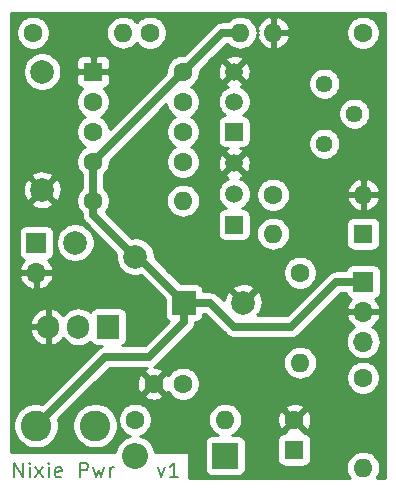
<source format=gbr>
G04 #@! TF.GenerationSoftware,KiCad,Pcbnew,(5.1.0)-1*
G04 #@! TF.CreationDate,2021-07-24T01:49:12-05:00*
G04 #@! TF.ProjectId,nixie_legacy,6e697869-655f-46c6-9567-6163792e6b69,rev?*
G04 #@! TF.SameCoordinates,Original*
G04 #@! TF.FileFunction,Copper,L1,Top*
G04 #@! TF.FilePolarity,Positive*
%FSLAX46Y46*%
G04 Gerber Fmt 4.6, Leading zero omitted, Abs format (unit mm)*
G04 Created by KiCad (PCBNEW (5.1.0)-1) date 2021-07-24 01:49:12*
%MOMM*%
%LPD*%
G04 APERTURE LIST*
%ADD10C,0.200000*%
%ADD11O,2.200000X2.200000*%
%ADD12R,2.200000X2.200000*%
%ADD13O,1.600000X1.600000*%
%ADD14R,1.600000X1.600000*%
%ADD15R,1.500000X1.500000*%
%ADD16C,1.500000*%
%ADD17C,1.600000*%
%ADD18C,1.440000*%
%ADD19R,1.905000X2.000000*%
%ADD20O,1.905000X2.000000*%
%ADD21C,2.600000*%
%ADD22O,1.700000X1.700000*%
%ADD23R,1.700000X1.700000*%
%ADD24C,2.010000*%
%ADD25C,2.000000*%
%ADD26R,2.000000X2.000000*%
%ADD27C,0.635000*%
%ADD28C,0.254000*%
G04 APERTURE END LIST*
D10*
X100961142Y-116572142D02*
X101258761Y-117405476D01*
X101556380Y-116572142D01*
X102687333Y-117405476D02*
X101973047Y-117405476D01*
X102330190Y-117405476D02*
X102330190Y-116155476D01*
X102211142Y-116334047D01*
X102092095Y-116453095D01*
X101973047Y-116512619D01*
X88827095Y-117405476D02*
X88827095Y-116155476D01*
X89541380Y-117405476D01*
X89541380Y-116155476D01*
X90136619Y-117405476D02*
X90136619Y-116572142D01*
X90136619Y-116155476D02*
X90077095Y-116215000D01*
X90136619Y-116274523D01*
X90196142Y-116215000D01*
X90136619Y-116155476D01*
X90136619Y-116274523D01*
X90612809Y-117405476D02*
X91267571Y-116572142D01*
X90612809Y-116572142D02*
X91267571Y-117405476D01*
X91743761Y-117405476D02*
X91743761Y-116572142D01*
X91743761Y-116155476D02*
X91684238Y-116215000D01*
X91743761Y-116274523D01*
X91803285Y-116215000D01*
X91743761Y-116155476D01*
X91743761Y-116274523D01*
X92815190Y-117345952D02*
X92696142Y-117405476D01*
X92458047Y-117405476D01*
X92339000Y-117345952D01*
X92279476Y-117226904D01*
X92279476Y-116750714D01*
X92339000Y-116631666D01*
X92458047Y-116572142D01*
X92696142Y-116572142D01*
X92815190Y-116631666D01*
X92874714Y-116750714D01*
X92874714Y-116869761D01*
X92279476Y-116988809D01*
X94362809Y-117405476D02*
X94362809Y-116155476D01*
X94839000Y-116155476D01*
X94958047Y-116215000D01*
X95017571Y-116274523D01*
X95077095Y-116393571D01*
X95077095Y-116572142D01*
X95017571Y-116691190D01*
X94958047Y-116750714D01*
X94839000Y-116810238D01*
X94362809Y-116810238D01*
X95493761Y-116572142D02*
X95731857Y-117405476D01*
X95969952Y-116810238D01*
X96208047Y-117405476D01*
X96446142Y-116572142D01*
X96922333Y-117405476D02*
X96922333Y-116572142D01*
X96922333Y-116810238D02*
X96981857Y-116691190D01*
X97041380Y-116631666D01*
X97160428Y-116572142D01*
X97279476Y-116572142D01*
D11*
X99060000Y-115570000D03*
D12*
X106680000Y-115570000D03*
D13*
X110744000Y-96774000D03*
D14*
X118364000Y-96774000D03*
D15*
X107442000Y-88138000D03*
D16*
X107442000Y-83058000D03*
X107442000Y-85598000D03*
D13*
X118364000Y-116586000D03*
D17*
X118364000Y-108966000D03*
X103124000Y-83058000D03*
X103124000Y-85598000D03*
X103124000Y-88138000D03*
X103124000Y-90678000D03*
X95504000Y-90678000D03*
X95504000Y-88138000D03*
X95504000Y-85598000D03*
D14*
X95504000Y-83058000D03*
D18*
X115062000Y-89154000D03*
X117602000Y-86614000D03*
X115062000Y-84074000D03*
D13*
X110744000Y-79756000D03*
D17*
X118364000Y-79756000D03*
D13*
X113030000Y-107696000D03*
D17*
X113030000Y-100076000D03*
D13*
X106680000Y-112522000D03*
D17*
X99060000Y-112522000D03*
D13*
X118364000Y-93472000D03*
D17*
X110744000Y-93472000D03*
D13*
X107950000Y-79756000D03*
D17*
X100330000Y-79756000D03*
D13*
X98044000Y-79756000D03*
D17*
X90424000Y-79756000D03*
D13*
X103124000Y-93980000D03*
D17*
X95504000Y-93980000D03*
D19*
X96774000Y-104648000D03*
D20*
X94234000Y-104648000D03*
X91694000Y-104648000D03*
D15*
X107442000Y-96012000D03*
D16*
X107442000Y-90812000D03*
X107442000Y-93412000D03*
D21*
X95678000Y-113030000D03*
X90678000Y-113030000D03*
D22*
X118364000Y-105918000D03*
X118364000Y-103378000D03*
D23*
X118364000Y-100838000D03*
D22*
X90678000Y-100076000D03*
D23*
X90678000Y-97536000D03*
D24*
X99080000Y-98736000D03*
X93980000Y-97536000D03*
D17*
X112522000Y-112562000D03*
D14*
X112522000Y-115062000D03*
D17*
X100624000Y-109474000D03*
X103124000Y-109474000D03*
D25*
X91186000Y-93058000D03*
X91186000Y-83058000D03*
X108204000Y-102616000D03*
D26*
X103204000Y-102616000D03*
D27*
X106426000Y-79756000D02*
X103124000Y-83058000D01*
X107950000Y-79756000D02*
X106426000Y-79756000D01*
X103124000Y-83058000D02*
X95504000Y-90678000D01*
X95504000Y-90678000D02*
X95504000Y-93980000D01*
X95504000Y-95160000D02*
X99080000Y-98736000D01*
X95504000Y-93980000D02*
X95504000Y-95160000D01*
X99324000Y-98736000D02*
X103204000Y-102616000D01*
X99080000Y-98736000D02*
X99324000Y-98736000D01*
X103204000Y-104251000D02*
X100267000Y-107188000D01*
X103204000Y-102616000D02*
X103204000Y-104251000D01*
X96520000Y-107188000D02*
X90678000Y-113030000D01*
X100267000Y-107188000D02*
X96520000Y-107188000D01*
X116083073Y-100838000D02*
X118364000Y-100838000D01*
X112273073Y-104648000D02*
X116083073Y-100838000D01*
X107442000Y-104648000D02*
X112273073Y-104648000D01*
X103204000Y-102616000D02*
X105410000Y-102616000D01*
X105410000Y-102616000D02*
X107442000Y-104648000D01*
D28*
G36*
X120244001Y-117450000D02*
G01*
X119511312Y-117450000D01*
X119562932Y-117387101D01*
X119696182Y-117137808D01*
X119778236Y-116867309D01*
X119805943Y-116586000D01*
X119778236Y-116304691D01*
X119696182Y-116034192D01*
X119562932Y-115784899D01*
X119383608Y-115566392D01*
X119165101Y-115387068D01*
X118915808Y-115253818D01*
X118645309Y-115171764D01*
X118434492Y-115151000D01*
X118293508Y-115151000D01*
X118082691Y-115171764D01*
X117812192Y-115253818D01*
X117562899Y-115387068D01*
X117344392Y-115566392D01*
X117165068Y-115784899D01*
X117031818Y-116034192D01*
X116949764Y-116304691D01*
X116922057Y-116586000D01*
X116949764Y-116867309D01*
X117031818Y-117137808D01*
X117165068Y-117387101D01*
X117216688Y-117450000D01*
X103660429Y-117450000D01*
X103660429Y-115255000D01*
X100772369Y-115255000D01*
X100769895Y-115229881D01*
X100670686Y-114902832D01*
X100509579Y-114601422D01*
X100401724Y-114470000D01*
X104941928Y-114470000D01*
X104941928Y-116670000D01*
X104954188Y-116794482D01*
X104990498Y-116914180D01*
X105049463Y-117024494D01*
X105128815Y-117121185D01*
X105225506Y-117200537D01*
X105335820Y-117259502D01*
X105455518Y-117295812D01*
X105580000Y-117308072D01*
X107780000Y-117308072D01*
X107904482Y-117295812D01*
X108024180Y-117259502D01*
X108134494Y-117200537D01*
X108231185Y-117121185D01*
X108310537Y-117024494D01*
X108369502Y-116914180D01*
X108405812Y-116794482D01*
X108418072Y-116670000D01*
X108418072Y-114470000D01*
X108405812Y-114345518D01*
X108380478Y-114262000D01*
X111083928Y-114262000D01*
X111083928Y-115862000D01*
X111096188Y-115986482D01*
X111132498Y-116106180D01*
X111191463Y-116216494D01*
X111270815Y-116313185D01*
X111367506Y-116392537D01*
X111477820Y-116451502D01*
X111597518Y-116487812D01*
X111722000Y-116500072D01*
X113322000Y-116500072D01*
X113446482Y-116487812D01*
X113566180Y-116451502D01*
X113676494Y-116392537D01*
X113773185Y-116313185D01*
X113852537Y-116216494D01*
X113911502Y-116106180D01*
X113947812Y-115986482D01*
X113960072Y-115862000D01*
X113960072Y-114262000D01*
X113947812Y-114137518D01*
X113911502Y-114017820D01*
X113852537Y-113907506D01*
X113773185Y-113810815D01*
X113676494Y-113731463D01*
X113566180Y-113672498D01*
X113446482Y-113636188D01*
X113322000Y-113623928D01*
X113314785Y-113623928D01*
X113335097Y-113554702D01*
X112522000Y-112741605D01*
X111708903Y-113554702D01*
X111729215Y-113623928D01*
X111722000Y-113623928D01*
X111597518Y-113636188D01*
X111477820Y-113672498D01*
X111367506Y-113731463D01*
X111270815Y-113810815D01*
X111191463Y-113907506D01*
X111132498Y-114017820D01*
X111096188Y-114137518D01*
X111083928Y-114262000D01*
X108380478Y-114262000D01*
X108369502Y-114225820D01*
X108310537Y-114115506D01*
X108231185Y-114018815D01*
X108134494Y-113939463D01*
X108024180Y-113880498D01*
X107904482Y-113844188D01*
X107780000Y-113831928D01*
X107273442Y-113831928D01*
X107481101Y-113720932D01*
X107699608Y-113541608D01*
X107878932Y-113323101D01*
X108012182Y-113073808D01*
X108094236Y-112803309D01*
X108111058Y-112632512D01*
X111081783Y-112632512D01*
X111123213Y-112912130D01*
X111218397Y-113178292D01*
X111285329Y-113303514D01*
X111529298Y-113375097D01*
X112342395Y-112562000D01*
X112701605Y-112562000D01*
X113514702Y-113375097D01*
X113758671Y-113303514D01*
X113879571Y-113048004D01*
X113948300Y-112773816D01*
X113962217Y-112491488D01*
X113920787Y-112211870D01*
X113825603Y-111945708D01*
X113758671Y-111820486D01*
X113514702Y-111748903D01*
X112701605Y-112562000D01*
X112342395Y-112562000D01*
X111529298Y-111748903D01*
X111285329Y-111820486D01*
X111164429Y-112075996D01*
X111095700Y-112350184D01*
X111081783Y-112632512D01*
X108111058Y-112632512D01*
X108121943Y-112522000D01*
X108094236Y-112240691D01*
X108012182Y-111970192D01*
X107878932Y-111720899D01*
X107754517Y-111569298D01*
X111708903Y-111569298D01*
X112522000Y-112382395D01*
X113335097Y-111569298D01*
X113263514Y-111325329D01*
X113008004Y-111204429D01*
X112733816Y-111135700D01*
X112451488Y-111121783D01*
X112171870Y-111163213D01*
X111905708Y-111258397D01*
X111780486Y-111325329D01*
X111708903Y-111569298D01*
X107754517Y-111569298D01*
X107699608Y-111502392D01*
X107481101Y-111323068D01*
X107231808Y-111189818D01*
X106961309Y-111107764D01*
X106750492Y-111087000D01*
X106609508Y-111087000D01*
X106398691Y-111107764D01*
X106128192Y-111189818D01*
X105878899Y-111323068D01*
X105660392Y-111502392D01*
X105481068Y-111720899D01*
X105347818Y-111970192D01*
X105265764Y-112240691D01*
X105238057Y-112522000D01*
X105265764Y-112803309D01*
X105347818Y-113073808D01*
X105481068Y-113323101D01*
X105660392Y-113541608D01*
X105878899Y-113720932D01*
X106086558Y-113831928D01*
X105580000Y-113831928D01*
X105455518Y-113844188D01*
X105335820Y-113880498D01*
X105225506Y-113939463D01*
X105128815Y-114018815D01*
X105049463Y-114115506D01*
X104990498Y-114225820D01*
X104954188Y-114345518D01*
X104941928Y-114470000D01*
X100401724Y-114470000D01*
X100292766Y-114337234D01*
X100028578Y-114120421D01*
X99727168Y-113959314D01*
X99503588Y-113891492D01*
X99739727Y-113793680D01*
X99974759Y-113636637D01*
X100174637Y-113436759D01*
X100331680Y-113201727D01*
X100439853Y-112940574D01*
X100495000Y-112663335D01*
X100495000Y-112380665D01*
X100439853Y-112103426D01*
X100331680Y-111842273D01*
X100174637Y-111607241D01*
X99974759Y-111407363D01*
X99739727Y-111250320D01*
X99478574Y-111142147D01*
X99201335Y-111087000D01*
X98918665Y-111087000D01*
X98641426Y-111142147D01*
X98380273Y-111250320D01*
X98145241Y-111407363D01*
X97945363Y-111607241D01*
X97788320Y-111842273D01*
X97680147Y-112103426D01*
X97625000Y-112380665D01*
X97625000Y-112663335D01*
X97680147Y-112940574D01*
X97788320Y-113201727D01*
X97945363Y-113436759D01*
X98145241Y-113636637D01*
X98380273Y-113793680D01*
X98616412Y-113891492D01*
X98392832Y-113959314D01*
X98091422Y-114120421D01*
X97827234Y-114337234D01*
X97610421Y-114601422D01*
X97449314Y-114902832D01*
X97350105Y-115229881D01*
X97347631Y-115255000D01*
X88544000Y-115255000D01*
X88544000Y-112839419D01*
X88743000Y-112839419D01*
X88743000Y-113220581D01*
X88817361Y-113594419D01*
X88963225Y-113946566D01*
X89174987Y-114263491D01*
X89444509Y-114533013D01*
X89761434Y-114744775D01*
X90113581Y-114890639D01*
X90487419Y-114965000D01*
X90868581Y-114965000D01*
X91242419Y-114890639D01*
X91594566Y-114744775D01*
X91911491Y-114533013D01*
X92181013Y-114263491D01*
X92392775Y-113946566D01*
X92538639Y-113594419D01*
X92613000Y-113220581D01*
X92613000Y-112839419D01*
X93743000Y-112839419D01*
X93743000Y-113220581D01*
X93817361Y-113594419D01*
X93963225Y-113946566D01*
X94174987Y-114263491D01*
X94444509Y-114533013D01*
X94761434Y-114744775D01*
X95113581Y-114890639D01*
X95487419Y-114965000D01*
X95868581Y-114965000D01*
X96242419Y-114890639D01*
X96594566Y-114744775D01*
X96911491Y-114533013D01*
X97181013Y-114263491D01*
X97392775Y-113946566D01*
X97538639Y-113594419D01*
X97613000Y-113220581D01*
X97613000Y-112839419D01*
X97538639Y-112465581D01*
X97392775Y-112113434D01*
X97181013Y-111796509D01*
X96911491Y-111526987D01*
X96594566Y-111315225D01*
X96242419Y-111169361D01*
X95868581Y-111095000D01*
X95487419Y-111095000D01*
X95113581Y-111169361D01*
X94761434Y-111315225D01*
X94444509Y-111526987D01*
X94174987Y-111796509D01*
X93963225Y-112113434D01*
X93817361Y-112465581D01*
X93743000Y-112839419D01*
X92613000Y-112839419D01*
X92547070Y-112507968D01*
X94588336Y-110466702D01*
X99810903Y-110466702D01*
X99882486Y-110710671D01*
X100137996Y-110831571D01*
X100412184Y-110900300D01*
X100694512Y-110914217D01*
X100974130Y-110872787D01*
X101240292Y-110777603D01*
X101365514Y-110710671D01*
X101437097Y-110466702D01*
X100624000Y-109653605D01*
X99810903Y-110466702D01*
X94588336Y-110466702D01*
X95510526Y-109544512D01*
X99183783Y-109544512D01*
X99225213Y-109824130D01*
X99320397Y-110090292D01*
X99387329Y-110215514D01*
X99631298Y-110287097D01*
X100444395Y-109474000D01*
X100803605Y-109474000D01*
X101616702Y-110287097D01*
X101860671Y-110215514D01*
X101874324Y-110186659D01*
X102009363Y-110388759D01*
X102209241Y-110588637D01*
X102444273Y-110745680D01*
X102705426Y-110853853D01*
X102982665Y-110909000D01*
X103265335Y-110909000D01*
X103542574Y-110853853D01*
X103803727Y-110745680D01*
X104038759Y-110588637D01*
X104238637Y-110388759D01*
X104395680Y-110153727D01*
X104503853Y-109892574D01*
X104559000Y-109615335D01*
X104559000Y-109332665D01*
X104503853Y-109055426D01*
X104395680Y-108794273D01*
X104238637Y-108559241D01*
X104038759Y-108359363D01*
X103803727Y-108202320D01*
X103542574Y-108094147D01*
X103265335Y-108039000D01*
X102982665Y-108039000D01*
X102705426Y-108094147D01*
X102444273Y-108202320D01*
X102209241Y-108359363D01*
X102009363Y-108559241D01*
X101875308Y-108759869D01*
X101860671Y-108732486D01*
X101616702Y-108660903D01*
X100803605Y-109474000D01*
X100444395Y-109474000D01*
X99631298Y-108660903D01*
X99387329Y-108732486D01*
X99266429Y-108987996D01*
X99197700Y-109262184D01*
X99183783Y-109544512D01*
X95510526Y-109544512D01*
X96914538Y-108140500D01*
X100091309Y-108140500D01*
X100007708Y-108170397D01*
X99882486Y-108237329D01*
X99810903Y-108481298D01*
X100624000Y-109294395D01*
X101437097Y-108481298D01*
X101365514Y-108237329D01*
X101110004Y-108116429D01*
X100835816Y-108047700D01*
X100692427Y-108040632D01*
X100798741Y-107983806D01*
X100943778Y-107864778D01*
X100973607Y-107828431D01*
X101106038Y-107696000D01*
X111588057Y-107696000D01*
X111615764Y-107977309D01*
X111697818Y-108247808D01*
X111831068Y-108497101D01*
X112010392Y-108715608D01*
X112228899Y-108894932D01*
X112478192Y-109028182D01*
X112748691Y-109110236D01*
X112959508Y-109131000D01*
X113100492Y-109131000D01*
X113311309Y-109110236D01*
X113581808Y-109028182D01*
X113831101Y-108894932D01*
X113916721Y-108824665D01*
X116929000Y-108824665D01*
X116929000Y-109107335D01*
X116984147Y-109384574D01*
X117092320Y-109645727D01*
X117249363Y-109880759D01*
X117449241Y-110080637D01*
X117684273Y-110237680D01*
X117945426Y-110345853D01*
X118222665Y-110401000D01*
X118505335Y-110401000D01*
X118782574Y-110345853D01*
X119043727Y-110237680D01*
X119278759Y-110080637D01*
X119478637Y-109880759D01*
X119635680Y-109645727D01*
X119743853Y-109384574D01*
X119799000Y-109107335D01*
X119799000Y-108824665D01*
X119743853Y-108547426D01*
X119635680Y-108286273D01*
X119478637Y-108051241D01*
X119278759Y-107851363D01*
X119043727Y-107694320D01*
X118782574Y-107586147D01*
X118505335Y-107531000D01*
X118222665Y-107531000D01*
X117945426Y-107586147D01*
X117684273Y-107694320D01*
X117449241Y-107851363D01*
X117249363Y-108051241D01*
X117092320Y-108286273D01*
X116984147Y-108547426D01*
X116929000Y-108824665D01*
X113916721Y-108824665D01*
X114049608Y-108715608D01*
X114228932Y-108497101D01*
X114362182Y-108247808D01*
X114444236Y-107977309D01*
X114471943Y-107696000D01*
X114444236Y-107414691D01*
X114362182Y-107144192D01*
X114228932Y-106894899D01*
X114049608Y-106676392D01*
X113831101Y-106497068D01*
X113581808Y-106363818D01*
X113311309Y-106281764D01*
X113100492Y-106261000D01*
X112959508Y-106261000D01*
X112748691Y-106281764D01*
X112478192Y-106363818D01*
X112228899Y-106497068D01*
X112010392Y-106676392D01*
X111831068Y-106894899D01*
X111697818Y-107144192D01*
X111615764Y-107414691D01*
X111588057Y-107696000D01*
X101106038Y-107696000D01*
X102884038Y-105918000D01*
X116871815Y-105918000D01*
X116900487Y-106209111D01*
X116985401Y-106489034D01*
X117123294Y-106747014D01*
X117308866Y-106973134D01*
X117534986Y-107158706D01*
X117792966Y-107296599D01*
X118072889Y-107381513D01*
X118291050Y-107403000D01*
X118436950Y-107403000D01*
X118655111Y-107381513D01*
X118935034Y-107296599D01*
X119193014Y-107158706D01*
X119419134Y-106973134D01*
X119604706Y-106747014D01*
X119742599Y-106489034D01*
X119827513Y-106209111D01*
X119856185Y-105918000D01*
X119827513Y-105626889D01*
X119742599Y-105346966D01*
X119604706Y-105088986D01*
X119419134Y-104862866D01*
X119193014Y-104677294D01*
X119128477Y-104642799D01*
X119245355Y-104573178D01*
X119461588Y-104378269D01*
X119635641Y-104144920D01*
X119760825Y-103882099D01*
X119805476Y-103734890D01*
X119684155Y-103505000D01*
X118491000Y-103505000D01*
X118491000Y-103525000D01*
X118237000Y-103525000D01*
X118237000Y-103505000D01*
X117043845Y-103505000D01*
X116922524Y-103734890D01*
X116967175Y-103882099D01*
X117092359Y-104144920D01*
X117266412Y-104378269D01*
X117482645Y-104573178D01*
X117599523Y-104642799D01*
X117534986Y-104677294D01*
X117308866Y-104862866D01*
X117123294Y-105088986D01*
X116985401Y-105346966D01*
X116900487Y-105626889D01*
X116871815Y-105918000D01*
X102884038Y-105918000D01*
X103844436Y-104957603D01*
X103880778Y-104927778D01*
X103999806Y-104782741D01*
X104088252Y-104617269D01*
X104142717Y-104437723D01*
X104156500Y-104297785D01*
X104160806Y-104254072D01*
X104204000Y-104254072D01*
X104328482Y-104241812D01*
X104448180Y-104205502D01*
X104558494Y-104146537D01*
X104655185Y-104067185D01*
X104734537Y-103970494D01*
X104793502Y-103860180D01*
X104829812Y-103740482D01*
X104842072Y-103616000D01*
X104842072Y-103568500D01*
X105015462Y-103568500D01*
X106735397Y-105288436D01*
X106765222Y-105324778D01*
X106910259Y-105443806D01*
X107075731Y-105532252D01*
X107238854Y-105581735D01*
X107255277Y-105586717D01*
X107442000Y-105605108D01*
X107488785Y-105600500D01*
X112226288Y-105600500D01*
X112273073Y-105605108D01*
X112319858Y-105600500D01*
X112459796Y-105586717D01*
X112639342Y-105532252D01*
X112804814Y-105443806D01*
X112949851Y-105324778D01*
X112979680Y-105288431D01*
X116477611Y-101790500D01*
X116886023Y-101790500D01*
X116888188Y-101812482D01*
X116924498Y-101932180D01*
X116983463Y-102042494D01*
X117062815Y-102139185D01*
X117159506Y-102218537D01*
X117269820Y-102277502D01*
X117350466Y-102301966D01*
X117266412Y-102377731D01*
X117092359Y-102611080D01*
X116967175Y-102873901D01*
X116922524Y-103021110D01*
X117043845Y-103251000D01*
X118237000Y-103251000D01*
X118237000Y-103231000D01*
X118491000Y-103231000D01*
X118491000Y-103251000D01*
X119684155Y-103251000D01*
X119805476Y-103021110D01*
X119760825Y-102873901D01*
X119635641Y-102611080D01*
X119461588Y-102377731D01*
X119377534Y-102301966D01*
X119458180Y-102277502D01*
X119568494Y-102218537D01*
X119665185Y-102139185D01*
X119744537Y-102042494D01*
X119803502Y-101932180D01*
X119839812Y-101812482D01*
X119852072Y-101688000D01*
X119852072Y-99988000D01*
X119839812Y-99863518D01*
X119803502Y-99743820D01*
X119744537Y-99633506D01*
X119665185Y-99536815D01*
X119568494Y-99457463D01*
X119458180Y-99398498D01*
X119338482Y-99362188D01*
X119214000Y-99349928D01*
X117514000Y-99349928D01*
X117389518Y-99362188D01*
X117269820Y-99398498D01*
X117159506Y-99457463D01*
X117062815Y-99536815D01*
X116983463Y-99633506D01*
X116924498Y-99743820D01*
X116888188Y-99863518D01*
X116886023Y-99885500D01*
X116129858Y-99885500D01*
X116083073Y-99880892D01*
X116036288Y-99885500D01*
X115896350Y-99899283D01*
X115806577Y-99926515D01*
X115716803Y-99953748D01*
X115634068Y-99997971D01*
X115551332Y-100042194D01*
X115406295Y-100161222D01*
X115376466Y-100197569D01*
X111878535Y-103695500D01*
X109447058Y-103695500D01*
X109455083Y-103687475D01*
X109339415Y-103571807D01*
X109603814Y-103476044D01*
X109744704Y-103186429D01*
X109826384Y-102874892D01*
X109845718Y-102553405D01*
X109801961Y-102234325D01*
X109696795Y-101929912D01*
X109603814Y-101755956D01*
X109339413Y-101660192D01*
X108383605Y-102616000D01*
X108397748Y-102630143D01*
X108218143Y-102809748D01*
X108204000Y-102795605D01*
X108189858Y-102809748D01*
X108010253Y-102630143D01*
X108024395Y-102616000D01*
X107068587Y-101660192D01*
X106804186Y-101755956D01*
X106663296Y-102045571D01*
X106581616Y-102357108D01*
X106576881Y-102435843D01*
X106116607Y-101975569D01*
X106086778Y-101939222D01*
X105941741Y-101820194D01*
X105776269Y-101731748D01*
X105596723Y-101677283D01*
X105456785Y-101663500D01*
X105410000Y-101658892D01*
X105363215Y-101663500D01*
X104842072Y-101663500D01*
X104842072Y-101616000D01*
X104829812Y-101491518D01*
X104826497Y-101480587D01*
X107248192Y-101480587D01*
X108204000Y-102436395D01*
X109159808Y-101480587D01*
X109064044Y-101216186D01*
X108774429Y-101075296D01*
X108462892Y-100993616D01*
X108141405Y-100974282D01*
X107822325Y-101018039D01*
X107517912Y-101123205D01*
X107343956Y-101216186D01*
X107248192Y-101480587D01*
X104826497Y-101480587D01*
X104793502Y-101371820D01*
X104734537Y-101261506D01*
X104655185Y-101164815D01*
X104558494Y-101085463D01*
X104448180Y-101026498D01*
X104328482Y-100990188D01*
X104204000Y-100977928D01*
X102912966Y-100977928D01*
X101869703Y-99934665D01*
X111595000Y-99934665D01*
X111595000Y-100217335D01*
X111650147Y-100494574D01*
X111758320Y-100755727D01*
X111915363Y-100990759D01*
X112115241Y-101190637D01*
X112350273Y-101347680D01*
X112611426Y-101455853D01*
X112888665Y-101511000D01*
X113171335Y-101511000D01*
X113448574Y-101455853D01*
X113709727Y-101347680D01*
X113944759Y-101190637D01*
X114144637Y-100990759D01*
X114301680Y-100755727D01*
X114409853Y-100494574D01*
X114465000Y-100217335D01*
X114465000Y-99934665D01*
X114409853Y-99657426D01*
X114301680Y-99396273D01*
X114144637Y-99161241D01*
X113944759Y-98961363D01*
X113709727Y-98804320D01*
X113448574Y-98696147D01*
X113171335Y-98641000D01*
X112888665Y-98641000D01*
X112611426Y-98696147D01*
X112350273Y-98804320D01*
X112115241Y-98961363D01*
X111915363Y-99161241D01*
X111758320Y-99396273D01*
X111650147Y-99657426D01*
X111595000Y-99934665D01*
X101869703Y-99934665D01*
X100720000Y-98784962D01*
X100720000Y-98574474D01*
X100656975Y-98257630D01*
X100533349Y-97959169D01*
X100353871Y-97690561D01*
X100125439Y-97462129D01*
X99856831Y-97282651D01*
X99558370Y-97159025D01*
X99241526Y-97096000D01*
X98918474Y-97096000D01*
X98808845Y-97117807D01*
X96602217Y-94911179D01*
X96618637Y-94894759D01*
X96775680Y-94659727D01*
X96883853Y-94398574D01*
X96939000Y-94121335D01*
X96939000Y-93980000D01*
X101682057Y-93980000D01*
X101709764Y-94261309D01*
X101791818Y-94531808D01*
X101925068Y-94781101D01*
X102104392Y-94999608D01*
X102322899Y-95178932D01*
X102572192Y-95312182D01*
X102842691Y-95394236D01*
X103053508Y-95415000D01*
X103194492Y-95415000D01*
X103405309Y-95394236D01*
X103675808Y-95312182D01*
X103769691Y-95262000D01*
X106053928Y-95262000D01*
X106053928Y-96762000D01*
X106066188Y-96886482D01*
X106102498Y-97006180D01*
X106161463Y-97116494D01*
X106240815Y-97213185D01*
X106337506Y-97292537D01*
X106447820Y-97351502D01*
X106567518Y-97387812D01*
X106692000Y-97400072D01*
X108192000Y-97400072D01*
X108316482Y-97387812D01*
X108436180Y-97351502D01*
X108546494Y-97292537D01*
X108643185Y-97213185D01*
X108722537Y-97116494D01*
X108781502Y-97006180D01*
X108817812Y-96886482D01*
X108828890Y-96774000D01*
X109302057Y-96774000D01*
X109329764Y-97055309D01*
X109411818Y-97325808D01*
X109545068Y-97575101D01*
X109724392Y-97793608D01*
X109942899Y-97972932D01*
X110192192Y-98106182D01*
X110462691Y-98188236D01*
X110673508Y-98209000D01*
X110814492Y-98209000D01*
X111025309Y-98188236D01*
X111295808Y-98106182D01*
X111545101Y-97972932D01*
X111763608Y-97793608D01*
X111942932Y-97575101D01*
X112076182Y-97325808D01*
X112158236Y-97055309D01*
X112185943Y-96774000D01*
X112158236Y-96492691D01*
X112076182Y-96222192D01*
X111943521Y-95974000D01*
X116925928Y-95974000D01*
X116925928Y-97574000D01*
X116938188Y-97698482D01*
X116974498Y-97818180D01*
X117033463Y-97928494D01*
X117112815Y-98025185D01*
X117209506Y-98104537D01*
X117319820Y-98163502D01*
X117439518Y-98199812D01*
X117564000Y-98212072D01*
X119164000Y-98212072D01*
X119288482Y-98199812D01*
X119408180Y-98163502D01*
X119518494Y-98104537D01*
X119615185Y-98025185D01*
X119694537Y-97928494D01*
X119753502Y-97818180D01*
X119789812Y-97698482D01*
X119802072Y-97574000D01*
X119802072Y-95974000D01*
X119789812Y-95849518D01*
X119753502Y-95729820D01*
X119694537Y-95619506D01*
X119615185Y-95522815D01*
X119518494Y-95443463D01*
X119408180Y-95384498D01*
X119288482Y-95348188D01*
X119164000Y-95335928D01*
X117564000Y-95335928D01*
X117439518Y-95348188D01*
X117319820Y-95384498D01*
X117209506Y-95443463D01*
X117112815Y-95522815D01*
X117033463Y-95619506D01*
X116974498Y-95729820D01*
X116938188Y-95849518D01*
X116925928Y-95974000D01*
X111943521Y-95974000D01*
X111942932Y-95972899D01*
X111763608Y-95754392D01*
X111545101Y-95575068D01*
X111295808Y-95441818D01*
X111025309Y-95359764D01*
X110814492Y-95339000D01*
X110673508Y-95339000D01*
X110462691Y-95359764D01*
X110192192Y-95441818D01*
X109942899Y-95575068D01*
X109724392Y-95754392D01*
X109545068Y-95972899D01*
X109411818Y-96222192D01*
X109329764Y-96492691D01*
X109302057Y-96774000D01*
X108828890Y-96774000D01*
X108830072Y-96762000D01*
X108830072Y-95262000D01*
X108817812Y-95137518D01*
X108781502Y-95017820D01*
X108722537Y-94907506D01*
X108643185Y-94810815D01*
X108546494Y-94731463D01*
X108436180Y-94672498D01*
X108316482Y-94636188D01*
X108192000Y-94623928D01*
X108121155Y-94623928D01*
X108324886Y-94487799D01*
X108517799Y-94294886D01*
X108669371Y-94068043D01*
X108773775Y-93815989D01*
X108827000Y-93548411D01*
X108827000Y-93330665D01*
X109309000Y-93330665D01*
X109309000Y-93613335D01*
X109364147Y-93890574D01*
X109472320Y-94151727D01*
X109629363Y-94386759D01*
X109829241Y-94586637D01*
X110064273Y-94743680D01*
X110325426Y-94851853D01*
X110602665Y-94907000D01*
X110885335Y-94907000D01*
X111162574Y-94851853D01*
X111423727Y-94743680D01*
X111658759Y-94586637D01*
X111858637Y-94386759D01*
X112015680Y-94151727D01*
X112123853Y-93890574D01*
X112137684Y-93821039D01*
X116972096Y-93821039D01*
X117012754Y-93955087D01*
X117132963Y-94209420D01*
X117300481Y-94435414D01*
X117508869Y-94624385D01*
X117750119Y-94769070D01*
X118014960Y-94863909D01*
X118237000Y-94742624D01*
X118237000Y-93599000D01*
X118491000Y-93599000D01*
X118491000Y-94742624D01*
X118713040Y-94863909D01*
X118977881Y-94769070D01*
X119219131Y-94624385D01*
X119427519Y-94435414D01*
X119595037Y-94209420D01*
X119715246Y-93955087D01*
X119755904Y-93821039D01*
X119633915Y-93599000D01*
X118491000Y-93599000D01*
X118237000Y-93599000D01*
X117094085Y-93599000D01*
X116972096Y-93821039D01*
X112137684Y-93821039D01*
X112179000Y-93613335D01*
X112179000Y-93330665D01*
X112137685Y-93122961D01*
X116972096Y-93122961D01*
X117094085Y-93345000D01*
X118237000Y-93345000D01*
X118237000Y-92201376D01*
X118491000Y-92201376D01*
X118491000Y-93345000D01*
X119633915Y-93345000D01*
X119755904Y-93122961D01*
X119715246Y-92988913D01*
X119595037Y-92734580D01*
X119427519Y-92508586D01*
X119219131Y-92319615D01*
X118977881Y-92174930D01*
X118713040Y-92080091D01*
X118491000Y-92201376D01*
X118237000Y-92201376D01*
X118014960Y-92080091D01*
X117750119Y-92174930D01*
X117508869Y-92319615D01*
X117300481Y-92508586D01*
X117132963Y-92734580D01*
X117012754Y-92988913D01*
X116972096Y-93122961D01*
X112137685Y-93122961D01*
X112123853Y-93053426D01*
X112015680Y-92792273D01*
X111858637Y-92557241D01*
X111658759Y-92357363D01*
X111423727Y-92200320D01*
X111162574Y-92092147D01*
X110885335Y-92037000D01*
X110602665Y-92037000D01*
X110325426Y-92092147D01*
X110064273Y-92200320D01*
X109829241Y-92357363D01*
X109629363Y-92557241D01*
X109472320Y-92792273D01*
X109364147Y-93053426D01*
X109309000Y-93330665D01*
X108827000Y-93330665D01*
X108827000Y-93275589D01*
X108773775Y-93008011D01*
X108669371Y-92755957D01*
X108517799Y-92529114D01*
X108324886Y-92336201D01*
X108098043Y-92184629D01*
X107921345Y-92111439D01*
X108040832Y-92068277D01*
X108153863Y-92007860D01*
X108219388Y-91768993D01*
X107442000Y-90991605D01*
X106664612Y-91768993D01*
X106730137Y-92007860D01*
X106956390Y-92114034D01*
X106785957Y-92184629D01*
X106559114Y-92336201D01*
X106366201Y-92529114D01*
X106214629Y-92755957D01*
X106110225Y-93008011D01*
X106057000Y-93275589D01*
X106057000Y-93548411D01*
X106110225Y-93815989D01*
X106214629Y-94068043D01*
X106366201Y-94294886D01*
X106559114Y-94487799D01*
X106762845Y-94623928D01*
X106692000Y-94623928D01*
X106567518Y-94636188D01*
X106447820Y-94672498D01*
X106337506Y-94731463D01*
X106240815Y-94810815D01*
X106161463Y-94907506D01*
X106102498Y-95017820D01*
X106066188Y-95137518D01*
X106053928Y-95262000D01*
X103769691Y-95262000D01*
X103925101Y-95178932D01*
X104143608Y-94999608D01*
X104322932Y-94781101D01*
X104456182Y-94531808D01*
X104538236Y-94261309D01*
X104565943Y-93980000D01*
X104538236Y-93698691D01*
X104456182Y-93428192D01*
X104322932Y-93178899D01*
X104143608Y-92960392D01*
X103925101Y-92781068D01*
X103675808Y-92647818D01*
X103405309Y-92565764D01*
X103194492Y-92545000D01*
X103053508Y-92545000D01*
X102842691Y-92565764D01*
X102572192Y-92647818D01*
X102322899Y-92781068D01*
X102104392Y-92960392D01*
X101925068Y-93178899D01*
X101791818Y-93428192D01*
X101709764Y-93698691D01*
X101682057Y-93980000D01*
X96939000Y-93980000D01*
X96939000Y-93838665D01*
X96883853Y-93561426D01*
X96775680Y-93300273D01*
X96618637Y-93065241D01*
X96456500Y-92903104D01*
X96456500Y-91754896D01*
X96618637Y-91592759D01*
X96775680Y-91357727D01*
X96883853Y-91096574D01*
X96939000Y-90819335D01*
X96939000Y-90590038D01*
X101705708Y-85823330D01*
X101744147Y-86016574D01*
X101852320Y-86277727D01*
X102009363Y-86512759D01*
X102209241Y-86712637D01*
X102441759Y-86868000D01*
X102209241Y-87023363D01*
X102009363Y-87223241D01*
X101852320Y-87458273D01*
X101744147Y-87719426D01*
X101689000Y-87996665D01*
X101689000Y-88279335D01*
X101744147Y-88556574D01*
X101852320Y-88817727D01*
X102009363Y-89052759D01*
X102209241Y-89252637D01*
X102441759Y-89408000D01*
X102209241Y-89563363D01*
X102009363Y-89763241D01*
X101852320Y-89998273D01*
X101744147Y-90259426D01*
X101689000Y-90536665D01*
X101689000Y-90819335D01*
X101744147Y-91096574D01*
X101852320Y-91357727D01*
X102009363Y-91592759D01*
X102209241Y-91792637D01*
X102444273Y-91949680D01*
X102705426Y-92057853D01*
X102982665Y-92113000D01*
X103265335Y-92113000D01*
X103542574Y-92057853D01*
X103803727Y-91949680D01*
X104038759Y-91792637D01*
X104238637Y-91592759D01*
X104395680Y-91357727D01*
X104503853Y-91096574D01*
X104546039Y-90884492D01*
X106052188Y-90884492D01*
X106093035Y-91154238D01*
X106185723Y-91410832D01*
X106246140Y-91523863D01*
X106485007Y-91589388D01*
X107262395Y-90812000D01*
X107621605Y-90812000D01*
X108398993Y-91589388D01*
X108637860Y-91523863D01*
X108753760Y-91276884D01*
X108819250Y-91012040D01*
X108831812Y-90739508D01*
X108790965Y-90469762D01*
X108698277Y-90213168D01*
X108637860Y-90100137D01*
X108398993Y-90034612D01*
X107621605Y-90812000D01*
X107262395Y-90812000D01*
X106485007Y-90034612D01*
X106246140Y-90100137D01*
X106130240Y-90347116D01*
X106064750Y-90611960D01*
X106052188Y-90884492D01*
X104546039Y-90884492D01*
X104559000Y-90819335D01*
X104559000Y-90536665D01*
X104503853Y-90259426D01*
X104395680Y-89998273D01*
X104238637Y-89763241D01*
X104038759Y-89563363D01*
X103806241Y-89408000D01*
X104038759Y-89252637D01*
X104238637Y-89052759D01*
X104395680Y-88817727D01*
X104503853Y-88556574D01*
X104559000Y-88279335D01*
X104559000Y-87996665D01*
X104503853Y-87719426D01*
X104395680Y-87458273D01*
X104348726Y-87388000D01*
X106053928Y-87388000D01*
X106053928Y-88888000D01*
X106066188Y-89012482D01*
X106102498Y-89132180D01*
X106161463Y-89242494D01*
X106240815Y-89339185D01*
X106337506Y-89418537D01*
X106447820Y-89477502D01*
X106567518Y-89513812D01*
X106692000Y-89526072D01*
X106925253Y-89526072D01*
X106843168Y-89555723D01*
X106730137Y-89616140D01*
X106664612Y-89855007D01*
X107442000Y-90632395D01*
X108219388Y-89855007D01*
X108153863Y-89616140D01*
X107961931Y-89526072D01*
X108192000Y-89526072D01*
X108316482Y-89513812D01*
X108436180Y-89477502D01*
X108546494Y-89418537D01*
X108643185Y-89339185D01*
X108722537Y-89242494D01*
X108781502Y-89132180D01*
X108815366Y-89020544D01*
X113707000Y-89020544D01*
X113707000Y-89287456D01*
X113759072Y-89549239D01*
X113861215Y-89795833D01*
X114009503Y-90017762D01*
X114198238Y-90206497D01*
X114420167Y-90354785D01*
X114666761Y-90456928D01*
X114928544Y-90509000D01*
X115195456Y-90509000D01*
X115457239Y-90456928D01*
X115703833Y-90354785D01*
X115925762Y-90206497D01*
X116114497Y-90017762D01*
X116262785Y-89795833D01*
X116364928Y-89549239D01*
X116417000Y-89287456D01*
X116417000Y-89020544D01*
X116364928Y-88758761D01*
X116262785Y-88512167D01*
X116114497Y-88290238D01*
X115925762Y-88101503D01*
X115703833Y-87953215D01*
X115457239Y-87851072D01*
X115195456Y-87799000D01*
X114928544Y-87799000D01*
X114666761Y-87851072D01*
X114420167Y-87953215D01*
X114198238Y-88101503D01*
X114009503Y-88290238D01*
X113861215Y-88512167D01*
X113759072Y-88758761D01*
X113707000Y-89020544D01*
X108815366Y-89020544D01*
X108817812Y-89012482D01*
X108830072Y-88888000D01*
X108830072Y-87388000D01*
X108817812Y-87263518D01*
X108781502Y-87143820D01*
X108722537Y-87033506D01*
X108643185Y-86936815D01*
X108546494Y-86857463D01*
X108436180Y-86798498D01*
X108316482Y-86762188D01*
X108208517Y-86751555D01*
X108324886Y-86673799D01*
X108517799Y-86480886D01*
X108518027Y-86480544D01*
X116247000Y-86480544D01*
X116247000Y-86747456D01*
X116299072Y-87009239D01*
X116401215Y-87255833D01*
X116549503Y-87477762D01*
X116738238Y-87666497D01*
X116960167Y-87814785D01*
X117206761Y-87916928D01*
X117468544Y-87969000D01*
X117735456Y-87969000D01*
X117997239Y-87916928D01*
X118243833Y-87814785D01*
X118465762Y-87666497D01*
X118654497Y-87477762D01*
X118802785Y-87255833D01*
X118904928Y-87009239D01*
X118957000Y-86747456D01*
X118957000Y-86480544D01*
X118904928Y-86218761D01*
X118802785Y-85972167D01*
X118654497Y-85750238D01*
X118465762Y-85561503D01*
X118243833Y-85413215D01*
X117997239Y-85311072D01*
X117735456Y-85259000D01*
X117468544Y-85259000D01*
X117206761Y-85311072D01*
X116960167Y-85413215D01*
X116738238Y-85561503D01*
X116549503Y-85750238D01*
X116401215Y-85972167D01*
X116299072Y-86218761D01*
X116247000Y-86480544D01*
X108518027Y-86480544D01*
X108669371Y-86254043D01*
X108773775Y-86001989D01*
X108827000Y-85734411D01*
X108827000Y-85461589D01*
X108773775Y-85194011D01*
X108669371Y-84941957D01*
X108517799Y-84715114D01*
X108324886Y-84522201D01*
X108098043Y-84370629D01*
X107998721Y-84329489D01*
X108040832Y-84314277D01*
X108153863Y-84253860D01*
X108219388Y-84014993D01*
X108144939Y-83940544D01*
X113707000Y-83940544D01*
X113707000Y-84207456D01*
X113759072Y-84469239D01*
X113861215Y-84715833D01*
X114009503Y-84937762D01*
X114198238Y-85126497D01*
X114420167Y-85274785D01*
X114666761Y-85376928D01*
X114928544Y-85429000D01*
X115195456Y-85429000D01*
X115457239Y-85376928D01*
X115703833Y-85274785D01*
X115925762Y-85126497D01*
X116114497Y-84937762D01*
X116262785Y-84715833D01*
X116364928Y-84469239D01*
X116417000Y-84207456D01*
X116417000Y-83940544D01*
X116364928Y-83678761D01*
X116262785Y-83432167D01*
X116114497Y-83210238D01*
X115925762Y-83021503D01*
X115703833Y-82873215D01*
X115457239Y-82771072D01*
X115195456Y-82719000D01*
X114928544Y-82719000D01*
X114666761Y-82771072D01*
X114420167Y-82873215D01*
X114198238Y-83021503D01*
X114009503Y-83210238D01*
X113861215Y-83432167D01*
X113759072Y-83678761D01*
X113707000Y-83940544D01*
X108144939Y-83940544D01*
X107442000Y-83237605D01*
X106664612Y-84014993D01*
X106730137Y-84253860D01*
X106888477Y-84328164D01*
X106785957Y-84370629D01*
X106559114Y-84522201D01*
X106366201Y-84715114D01*
X106214629Y-84941957D01*
X106110225Y-85194011D01*
X106057000Y-85461589D01*
X106057000Y-85734411D01*
X106110225Y-86001989D01*
X106214629Y-86254043D01*
X106366201Y-86480886D01*
X106559114Y-86673799D01*
X106675483Y-86751555D01*
X106567518Y-86762188D01*
X106447820Y-86798498D01*
X106337506Y-86857463D01*
X106240815Y-86936815D01*
X106161463Y-87033506D01*
X106102498Y-87143820D01*
X106066188Y-87263518D01*
X106053928Y-87388000D01*
X104348726Y-87388000D01*
X104238637Y-87223241D01*
X104038759Y-87023363D01*
X103806241Y-86868000D01*
X104038759Y-86712637D01*
X104238637Y-86512759D01*
X104395680Y-86277727D01*
X104503853Y-86016574D01*
X104559000Y-85739335D01*
X104559000Y-85456665D01*
X104503853Y-85179426D01*
X104395680Y-84918273D01*
X104238637Y-84683241D01*
X104038759Y-84483363D01*
X103806241Y-84328000D01*
X104038759Y-84172637D01*
X104238637Y-83972759D01*
X104395680Y-83737727D01*
X104503853Y-83476574D01*
X104559000Y-83199335D01*
X104559000Y-83130492D01*
X106052188Y-83130492D01*
X106093035Y-83400238D01*
X106185723Y-83656832D01*
X106246140Y-83769863D01*
X106485007Y-83835388D01*
X107262395Y-83058000D01*
X107621605Y-83058000D01*
X108398993Y-83835388D01*
X108637860Y-83769863D01*
X108753760Y-83522884D01*
X108819250Y-83258040D01*
X108831812Y-82985508D01*
X108790965Y-82715762D01*
X108698277Y-82459168D01*
X108637860Y-82346137D01*
X108398993Y-82280612D01*
X107621605Y-83058000D01*
X107262395Y-83058000D01*
X106485007Y-82280612D01*
X106246140Y-82346137D01*
X106130240Y-82593116D01*
X106064750Y-82857960D01*
X106052188Y-83130492D01*
X104559000Y-83130492D01*
X104559000Y-82970038D01*
X105428031Y-82101007D01*
X106664612Y-82101007D01*
X107442000Y-82878395D01*
X108219388Y-82101007D01*
X108153863Y-81862140D01*
X107906884Y-81746240D01*
X107642040Y-81680750D01*
X107369508Y-81668188D01*
X107099762Y-81709035D01*
X106843168Y-81801723D01*
X106730137Y-81862140D01*
X106664612Y-82101007D01*
X105428031Y-82101007D01*
X106820539Y-80708500D01*
X106875318Y-80708500D01*
X106930392Y-80775608D01*
X107148899Y-80954932D01*
X107398192Y-81088182D01*
X107668691Y-81170236D01*
X107879508Y-81191000D01*
X108020492Y-81191000D01*
X108231309Y-81170236D01*
X108501808Y-81088182D01*
X108751101Y-80954932D01*
X108969608Y-80775608D01*
X109148932Y-80557101D01*
X109282182Y-80307808D01*
X109364236Y-80037309D01*
X109379434Y-79883002D01*
X109474084Y-79883002D01*
X109352096Y-80105039D01*
X109392754Y-80239087D01*
X109512963Y-80493420D01*
X109680481Y-80719414D01*
X109888869Y-80908385D01*
X110130119Y-81053070D01*
X110394960Y-81147909D01*
X110617000Y-81026624D01*
X110617000Y-79883000D01*
X110871000Y-79883000D01*
X110871000Y-81026624D01*
X111093040Y-81147909D01*
X111357881Y-81053070D01*
X111599131Y-80908385D01*
X111807519Y-80719414D01*
X111975037Y-80493420D01*
X112095246Y-80239087D01*
X112135904Y-80105039D01*
X112013915Y-79883000D01*
X110871000Y-79883000D01*
X110617000Y-79883000D01*
X110597000Y-79883000D01*
X110597000Y-79629000D01*
X110617000Y-79629000D01*
X110617000Y-78485376D01*
X110871000Y-78485376D01*
X110871000Y-79629000D01*
X112013915Y-79629000D01*
X112021790Y-79614665D01*
X116929000Y-79614665D01*
X116929000Y-79897335D01*
X116984147Y-80174574D01*
X117092320Y-80435727D01*
X117249363Y-80670759D01*
X117449241Y-80870637D01*
X117684273Y-81027680D01*
X117945426Y-81135853D01*
X118222665Y-81191000D01*
X118505335Y-81191000D01*
X118782574Y-81135853D01*
X119043727Y-81027680D01*
X119278759Y-80870637D01*
X119478637Y-80670759D01*
X119635680Y-80435727D01*
X119743853Y-80174574D01*
X119799000Y-79897335D01*
X119799000Y-79614665D01*
X119743853Y-79337426D01*
X119635680Y-79076273D01*
X119478637Y-78841241D01*
X119278759Y-78641363D01*
X119043727Y-78484320D01*
X118782574Y-78376147D01*
X118505335Y-78321000D01*
X118222665Y-78321000D01*
X117945426Y-78376147D01*
X117684273Y-78484320D01*
X117449241Y-78641363D01*
X117249363Y-78841241D01*
X117092320Y-79076273D01*
X116984147Y-79337426D01*
X116929000Y-79614665D01*
X112021790Y-79614665D01*
X112135904Y-79406961D01*
X112095246Y-79272913D01*
X111975037Y-79018580D01*
X111807519Y-78792586D01*
X111599131Y-78603615D01*
X111357881Y-78458930D01*
X111093040Y-78364091D01*
X110871000Y-78485376D01*
X110617000Y-78485376D01*
X110394960Y-78364091D01*
X110130119Y-78458930D01*
X109888869Y-78603615D01*
X109680481Y-78792586D01*
X109512963Y-79018580D01*
X109392754Y-79272913D01*
X109352096Y-79406961D01*
X109474084Y-79628998D01*
X109379434Y-79628998D01*
X109364236Y-79474691D01*
X109282182Y-79204192D01*
X109148932Y-78954899D01*
X108969608Y-78736392D01*
X108751101Y-78557068D01*
X108501808Y-78423818D01*
X108231309Y-78341764D01*
X108020492Y-78321000D01*
X107879508Y-78321000D01*
X107668691Y-78341764D01*
X107398192Y-78423818D01*
X107148899Y-78557068D01*
X106930392Y-78736392D01*
X106875318Y-78803500D01*
X106472784Y-78803500D01*
X106425999Y-78798892D01*
X106239277Y-78817283D01*
X106059731Y-78871748D01*
X105894259Y-78960194D01*
X105749222Y-79079222D01*
X105719397Y-79115564D01*
X103211962Y-81623000D01*
X102982665Y-81623000D01*
X102705426Y-81678147D01*
X102444273Y-81786320D01*
X102209241Y-81943363D01*
X102009363Y-82143241D01*
X101852320Y-82378273D01*
X101744147Y-82639426D01*
X101689000Y-82916665D01*
X101689000Y-83145962D01*
X96922292Y-87912670D01*
X96883853Y-87719426D01*
X96775680Y-87458273D01*
X96618637Y-87223241D01*
X96418759Y-87023363D01*
X96186241Y-86868000D01*
X96418759Y-86712637D01*
X96618637Y-86512759D01*
X96775680Y-86277727D01*
X96883853Y-86016574D01*
X96939000Y-85739335D01*
X96939000Y-85456665D01*
X96883853Y-85179426D01*
X96775680Y-84918273D01*
X96618637Y-84683241D01*
X96420039Y-84484643D01*
X96428482Y-84483812D01*
X96548180Y-84447502D01*
X96658494Y-84388537D01*
X96755185Y-84309185D01*
X96834537Y-84212494D01*
X96893502Y-84102180D01*
X96929812Y-83982482D01*
X96942072Y-83858000D01*
X96939000Y-83343750D01*
X96780250Y-83185000D01*
X95631000Y-83185000D01*
X95631000Y-83205000D01*
X95377000Y-83205000D01*
X95377000Y-83185000D01*
X94227750Y-83185000D01*
X94069000Y-83343750D01*
X94065928Y-83858000D01*
X94078188Y-83982482D01*
X94114498Y-84102180D01*
X94173463Y-84212494D01*
X94252815Y-84309185D01*
X94349506Y-84388537D01*
X94459820Y-84447502D01*
X94579518Y-84483812D01*
X94587961Y-84484643D01*
X94389363Y-84683241D01*
X94232320Y-84918273D01*
X94124147Y-85179426D01*
X94069000Y-85456665D01*
X94069000Y-85739335D01*
X94124147Y-86016574D01*
X94232320Y-86277727D01*
X94389363Y-86512759D01*
X94589241Y-86712637D01*
X94821759Y-86868000D01*
X94589241Y-87023363D01*
X94389363Y-87223241D01*
X94232320Y-87458273D01*
X94124147Y-87719426D01*
X94069000Y-87996665D01*
X94069000Y-88279335D01*
X94124147Y-88556574D01*
X94232320Y-88817727D01*
X94389363Y-89052759D01*
X94589241Y-89252637D01*
X94821759Y-89408000D01*
X94589241Y-89563363D01*
X94389363Y-89763241D01*
X94232320Y-89998273D01*
X94124147Y-90259426D01*
X94069000Y-90536665D01*
X94069000Y-90819335D01*
X94124147Y-91096574D01*
X94232320Y-91357727D01*
X94389363Y-91592759D01*
X94551500Y-91754896D01*
X94551501Y-92903103D01*
X94389363Y-93065241D01*
X94232320Y-93300273D01*
X94124147Y-93561426D01*
X94069000Y-93838665D01*
X94069000Y-94121335D01*
X94124147Y-94398574D01*
X94232320Y-94659727D01*
X94389363Y-94894759D01*
X94551501Y-95056897D01*
X94551501Y-95113206D01*
X94546892Y-95160000D01*
X94565283Y-95346722D01*
X94594131Y-95441818D01*
X94619749Y-95526269D01*
X94708195Y-95691741D01*
X94827223Y-95836778D01*
X94863564Y-95866602D01*
X97461807Y-98464845D01*
X97440000Y-98574474D01*
X97440000Y-98897526D01*
X97503025Y-99214370D01*
X97626651Y-99512831D01*
X97806129Y-99781439D01*
X98034561Y-100009871D01*
X98303169Y-100189349D01*
X98601630Y-100312975D01*
X98918474Y-100376000D01*
X99241526Y-100376000D01*
X99554672Y-100313710D01*
X101565928Y-102324966D01*
X101565928Y-103616000D01*
X101578188Y-103740482D01*
X101614498Y-103860180D01*
X101673463Y-103970494D01*
X101752815Y-104067185D01*
X101849506Y-104146537D01*
X101922440Y-104185522D01*
X99872462Y-106235500D01*
X97974425Y-106235500D01*
X98080994Y-106178537D01*
X98177685Y-106099185D01*
X98257037Y-106002494D01*
X98316002Y-105892180D01*
X98352312Y-105772482D01*
X98364572Y-105648000D01*
X98364572Y-103648000D01*
X98352312Y-103523518D01*
X98316002Y-103403820D01*
X98257037Y-103293506D01*
X98177685Y-103196815D01*
X98080994Y-103117463D01*
X97970680Y-103058498D01*
X97850982Y-103022188D01*
X97726500Y-103009928D01*
X95821500Y-103009928D01*
X95697018Y-103022188D01*
X95577320Y-103058498D01*
X95467006Y-103117463D01*
X95370315Y-103196815D01*
X95290963Y-103293506D01*
X95246095Y-103377446D01*
X95120235Y-103274155D01*
X94844449Y-103126745D01*
X94545204Y-103035970D01*
X94234000Y-103005319D01*
X93922797Y-103035970D01*
X93623552Y-103126745D01*
X93347766Y-103274155D01*
X93106037Y-103472537D01*
X92958837Y-103651899D01*
X92803437Y-103466685D01*
X92560923Y-103272031D01*
X92285094Y-103128429D01*
X92066980Y-103057437D01*
X91821000Y-103177406D01*
X91821000Y-104521000D01*
X91841000Y-104521000D01*
X91841000Y-104775000D01*
X91821000Y-104775000D01*
X91821000Y-106118594D01*
X92066980Y-106238563D01*
X92285094Y-106167571D01*
X92560923Y-106023969D01*
X92803437Y-105829315D01*
X92958838Y-105644100D01*
X93106037Y-105823463D01*
X93347765Y-106021845D01*
X93623551Y-106169255D01*
X93922796Y-106260030D01*
X94234000Y-106290681D01*
X94545203Y-106260030D01*
X94844448Y-106169255D01*
X95120234Y-106021845D01*
X95246095Y-105918553D01*
X95290963Y-106002494D01*
X95370315Y-106099185D01*
X95467006Y-106178537D01*
X95577320Y-106237502D01*
X95697018Y-106273812D01*
X95821500Y-106286072D01*
X96212000Y-106286072D01*
X96153730Y-106303748D01*
X96070995Y-106347971D01*
X95988259Y-106392194D01*
X95843222Y-106511222D01*
X95813393Y-106547569D01*
X91200032Y-111160930D01*
X90868581Y-111095000D01*
X90487419Y-111095000D01*
X90113581Y-111169361D01*
X89761434Y-111315225D01*
X89444509Y-111526987D01*
X89174987Y-111796509D01*
X88963225Y-112113434D01*
X88817361Y-112465581D01*
X88743000Y-112839419D01*
X88544000Y-112839419D01*
X88544000Y-105021863D01*
X90141622Y-105021863D01*
X90235121Y-105318446D01*
X90384684Y-105591089D01*
X90584563Y-105829315D01*
X90827077Y-106023969D01*
X91102906Y-106167571D01*
X91321020Y-106238563D01*
X91567000Y-106118594D01*
X91567000Y-104775000D01*
X90268430Y-104775000D01*
X90141622Y-105021863D01*
X88544000Y-105021863D01*
X88544000Y-104274137D01*
X90141622Y-104274137D01*
X90268430Y-104521000D01*
X91567000Y-104521000D01*
X91567000Y-103177406D01*
X91321020Y-103057437D01*
X91102906Y-103128429D01*
X90827077Y-103272031D01*
X90584563Y-103466685D01*
X90384684Y-103704911D01*
X90235121Y-103977554D01*
X90141622Y-104274137D01*
X88544000Y-104274137D01*
X88544000Y-100432890D01*
X89236524Y-100432890D01*
X89281175Y-100580099D01*
X89406359Y-100842920D01*
X89580412Y-101076269D01*
X89796645Y-101271178D01*
X90046748Y-101420157D01*
X90321109Y-101517481D01*
X90551000Y-101396814D01*
X90551000Y-100203000D01*
X90805000Y-100203000D01*
X90805000Y-101396814D01*
X91034891Y-101517481D01*
X91309252Y-101420157D01*
X91559355Y-101271178D01*
X91775588Y-101076269D01*
X91949641Y-100842920D01*
X92074825Y-100580099D01*
X92119476Y-100432890D01*
X91998155Y-100203000D01*
X90805000Y-100203000D01*
X90551000Y-100203000D01*
X89357845Y-100203000D01*
X89236524Y-100432890D01*
X88544000Y-100432890D01*
X88544000Y-96686000D01*
X89189928Y-96686000D01*
X89189928Y-98386000D01*
X89202188Y-98510482D01*
X89238498Y-98630180D01*
X89297463Y-98740494D01*
X89376815Y-98837185D01*
X89473506Y-98916537D01*
X89583820Y-98975502D01*
X89664466Y-98999966D01*
X89580412Y-99075731D01*
X89406359Y-99309080D01*
X89281175Y-99571901D01*
X89236524Y-99719110D01*
X89357845Y-99949000D01*
X90551000Y-99949000D01*
X90551000Y-99929000D01*
X90805000Y-99929000D01*
X90805000Y-99949000D01*
X91998155Y-99949000D01*
X92119476Y-99719110D01*
X92074825Y-99571901D01*
X91949641Y-99309080D01*
X91775588Y-99075731D01*
X91691534Y-98999966D01*
X91772180Y-98975502D01*
X91882494Y-98916537D01*
X91979185Y-98837185D01*
X92058537Y-98740494D01*
X92117502Y-98630180D01*
X92153812Y-98510482D01*
X92166072Y-98386000D01*
X92166072Y-97374474D01*
X92340000Y-97374474D01*
X92340000Y-97697526D01*
X92403025Y-98014370D01*
X92526651Y-98312831D01*
X92706129Y-98581439D01*
X92934561Y-98809871D01*
X93203169Y-98989349D01*
X93501630Y-99112975D01*
X93818474Y-99176000D01*
X94141526Y-99176000D01*
X94458370Y-99112975D01*
X94756831Y-98989349D01*
X95025439Y-98809871D01*
X95253871Y-98581439D01*
X95433349Y-98312831D01*
X95556975Y-98014370D01*
X95620000Y-97697526D01*
X95620000Y-97374474D01*
X95556975Y-97057630D01*
X95433349Y-96759169D01*
X95253871Y-96490561D01*
X95025439Y-96262129D01*
X94756831Y-96082651D01*
X94458370Y-95959025D01*
X94141526Y-95896000D01*
X93818474Y-95896000D01*
X93501630Y-95959025D01*
X93203169Y-96082651D01*
X92934561Y-96262129D01*
X92706129Y-96490561D01*
X92526651Y-96759169D01*
X92403025Y-97057630D01*
X92340000Y-97374474D01*
X92166072Y-97374474D01*
X92166072Y-96686000D01*
X92153812Y-96561518D01*
X92117502Y-96441820D01*
X92058537Y-96331506D01*
X91979185Y-96234815D01*
X91882494Y-96155463D01*
X91772180Y-96096498D01*
X91652482Y-96060188D01*
X91528000Y-96047928D01*
X89828000Y-96047928D01*
X89703518Y-96060188D01*
X89583820Y-96096498D01*
X89473506Y-96155463D01*
X89376815Y-96234815D01*
X89297463Y-96331506D01*
X89238498Y-96441820D01*
X89202188Y-96561518D01*
X89189928Y-96686000D01*
X88544000Y-96686000D01*
X88544000Y-94193413D01*
X90230192Y-94193413D01*
X90325956Y-94457814D01*
X90615571Y-94598704D01*
X90927108Y-94680384D01*
X91248595Y-94699718D01*
X91567675Y-94655961D01*
X91872088Y-94550795D01*
X92046044Y-94457814D01*
X92141808Y-94193413D01*
X91186000Y-93237605D01*
X90230192Y-94193413D01*
X88544000Y-94193413D01*
X88544000Y-93120595D01*
X89544282Y-93120595D01*
X89588039Y-93439675D01*
X89693205Y-93744088D01*
X89786186Y-93918044D01*
X90050587Y-94013808D01*
X91006395Y-93058000D01*
X91365605Y-93058000D01*
X92321413Y-94013808D01*
X92585814Y-93918044D01*
X92726704Y-93628429D01*
X92808384Y-93316892D01*
X92827718Y-92995405D01*
X92783961Y-92676325D01*
X92678795Y-92371912D01*
X92585814Y-92197956D01*
X92321413Y-92102192D01*
X91365605Y-93058000D01*
X91006395Y-93058000D01*
X90050587Y-92102192D01*
X89786186Y-92197956D01*
X89645296Y-92487571D01*
X89563616Y-92799108D01*
X89544282Y-93120595D01*
X88544000Y-93120595D01*
X88544000Y-91922587D01*
X90230192Y-91922587D01*
X91186000Y-92878395D01*
X92141808Y-91922587D01*
X92046044Y-91658186D01*
X91756429Y-91517296D01*
X91444892Y-91435616D01*
X91123405Y-91416282D01*
X90804325Y-91460039D01*
X90499912Y-91565205D01*
X90325956Y-91658186D01*
X90230192Y-91922587D01*
X88544000Y-91922587D01*
X88544000Y-82896967D01*
X89551000Y-82896967D01*
X89551000Y-83219033D01*
X89613832Y-83534912D01*
X89737082Y-83832463D01*
X89916013Y-84100252D01*
X90143748Y-84327987D01*
X90411537Y-84506918D01*
X90709088Y-84630168D01*
X91024967Y-84693000D01*
X91347033Y-84693000D01*
X91662912Y-84630168D01*
X91960463Y-84506918D01*
X92228252Y-84327987D01*
X92455987Y-84100252D01*
X92634918Y-83832463D01*
X92758168Y-83534912D01*
X92821000Y-83219033D01*
X92821000Y-82896967D01*
X92758168Y-82581088D01*
X92634918Y-82283537D01*
X92617855Y-82258000D01*
X94065928Y-82258000D01*
X94069000Y-82772250D01*
X94227750Y-82931000D01*
X95377000Y-82931000D01*
X95377000Y-81781750D01*
X95631000Y-81781750D01*
X95631000Y-82931000D01*
X96780250Y-82931000D01*
X96939000Y-82772250D01*
X96942072Y-82258000D01*
X96929812Y-82133518D01*
X96893502Y-82013820D01*
X96834537Y-81903506D01*
X96755185Y-81806815D01*
X96658494Y-81727463D01*
X96548180Y-81668498D01*
X96428482Y-81632188D01*
X96304000Y-81619928D01*
X95789750Y-81623000D01*
X95631000Y-81781750D01*
X95377000Y-81781750D01*
X95218250Y-81623000D01*
X94704000Y-81619928D01*
X94579518Y-81632188D01*
X94459820Y-81668498D01*
X94349506Y-81727463D01*
X94252815Y-81806815D01*
X94173463Y-81903506D01*
X94114498Y-82013820D01*
X94078188Y-82133518D01*
X94065928Y-82258000D01*
X92617855Y-82258000D01*
X92455987Y-82015748D01*
X92228252Y-81788013D01*
X91960463Y-81609082D01*
X91662912Y-81485832D01*
X91347033Y-81423000D01*
X91024967Y-81423000D01*
X90709088Y-81485832D01*
X90411537Y-81609082D01*
X90143748Y-81788013D01*
X89916013Y-82015748D01*
X89737082Y-82283537D01*
X89613832Y-82581088D01*
X89551000Y-82896967D01*
X88544000Y-82896967D01*
X88544000Y-79614665D01*
X88989000Y-79614665D01*
X88989000Y-79897335D01*
X89044147Y-80174574D01*
X89152320Y-80435727D01*
X89309363Y-80670759D01*
X89509241Y-80870637D01*
X89744273Y-81027680D01*
X90005426Y-81135853D01*
X90282665Y-81191000D01*
X90565335Y-81191000D01*
X90842574Y-81135853D01*
X91103727Y-81027680D01*
X91338759Y-80870637D01*
X91538637Y-80670759D01*
X91695680Y-80435727D01*
X91803853Y-80174574D01*
X91859000Y-79897335D01*
X91859000Y-79756000D01*
X96602057Y-79756000D01*
X96629764Y-80037309D01*
X96711818Y-80307808D01*
X96845068Y-80557101D01*
X97024392Y-80775608D01*
X97242899Y-80954932D01*
X97492192Y-81088182D01*
X97762691Y-81170236D01*
X97973508Y-81191000D01*
X98114492Y-81191000D01*
X98325309Y-81170236D01*
X98595808Y-81088182D01*
X98845101Y-80954932D01*
X99063608Y-80775608D01*
X99185874Y-80626626D01*
X99215363Y-80670759D01*
X99415241Y-80870637D01*
X99650273Y-81027680D01*
X99911426Y-81135853D01*
X100188665Y-81191000D01*
X100471335Y-81191000D01*
X100748574Y-81135853D01*
X101009727Y-81027680D01*
X101244759Y-80870637D01*
X101444637Y-80670759D01*
X101601680Y-80435727D01*
X101709853Y-80174574D01*
X101765000Y-79897335D01*
X101765000Y-79614665D01*
X101709853Y-79337426D01*
X101601680Y-79076273D01*
X101444637Y-78841241D01*
X101244759Y-78641363D01*
X101009727Y-78484320D01*
X100748574Y-78376147D01*
X100471335Y-78321000D01*
X100188665Y-78321000D01*
X99911426Y-78376147D01*
X99650273Y-78484320D01*
X99415241Y-78641363D01*
X99215363Y-78841241D01*
X99185874Y-78885374D01*
X99063608Y-78736392D01*
X98845101Y-78557068D01*
X98595808Y-78423818D01*
X98325309Y-78341764D01*
X98114492Y-78321000D01*
X97973508Y-78321000D01*
X97762691Y-78341764D01*
X97492192Y-78423818D01*
X97242899Y-78557068D01*
X97024392Y-78736392D01*
X96845068Y-78954899D01*
X96711818Y-79204192D01*
X96629764Y-79474691D01*
X96602057Y-79756000D01*
X91859000Y-79756000D01*
X91859000Y-79614665D01*
X91803853Y-79337426D01*
X91695680Y-79076273D01*
X91538637Y-78841241D01*
X91338759Y-78641363D01*
X91103727Y-78484320D01*
X90842574Y-78376147D01*
X90565335Y-78321000D01*
X90282665Y-78321000D01*
X90005426Y-78376147D01*
X89744273Y-78484320D01*
X89509241Y-78641363D01*
X89309363Y-78841241D01*
X89152320Y-79076273D01*
X89044147Y-79337426D01*
X88989000Y-79614665D01*
X88544000Y-79614665D01*
X88544000Y-78130000D01*
X120244000Y-78130000D01*
X120244001Y-117450000D01*
X120244001Y-117450000D01*
G37*
X120244001Y-117450000D02*
X119511312Y-117450000D01*
X119562932Y-117387101D01*
X119696182Y-117137808D01*
X119778236Y-116867309D01*
X119805943Y-116586000D01*
X119778236Y-116304691D01*
X119696182Y-116034192D01*
X119562932Y-115784899D01*
X119383608Y-115566392D01*
X119165101Y-115387068D01*
X118915808Y-115253818D01*
X118645309Y-115171764D01*
X118434492Y-115151000D01*
X118293508Y-115151000D01*
X118082691Y-115171764D01*
X117812192Y-115253818D01*
X117562899Y-115387068D01*
X117344392Y-115566392D01*
X117165068Y-115784899D01*
X117031818Y-116034192D01*
X116949764Y-116304691D01*
X116922057Y-116586000D01*
X116949764Y-116867309D01*
X117031818Y-117137808D01*
X117165068Y-117387101D01*
X117216688Y-117450000D01*
X103660429Y-117450000D01*
X103660429Y-115255000D01*
X100772369Y-115255000D01*
X100769895Y-115229881D01*
X100670686Y-114902832D01*
X100509579Y-114601422D01*
X100401724Y-114470000D01*
X104941928Y-114470000D01*
X104941928Y-116670000D01*
X104954188Y-116794482D01*
X104990498Y-116914180D01*
X105049463Y-117024494D01*
X105128815Y-117121185D01*
X105225506Y-117200537D01*
X105335820Y-117259502D01*
X105455518Y-117295812D01*
X105580000Y-117308072D01*
X107780000Y-117308072D01*
X107904482Y-117295812D01*
X108024180Y-117259502D01*
X108134494Y-117200537D01*
X108231185Y-117121185D01*
X108310537Y-117024494D01*
X108369502Y-116914180D01*
X108405812Y-116794482D01*
X108418072Y-116670000D01*
X108418072Y-114470000D01*
X108405812Y-114345518D01*
X108380478Y-114262000D01*
X111083928Y-114262000D01*
X111083928Y-115862000D01*
X111096188Y-115986482D01*
X111132498Y-116106180D01*
X111191463Y-116216494D01*
X111270815Y-116313185D01*
X111367506Y-116392537D01*
X111477820Y-116451502D01*
X111597518Y-116487812D01*
X111722000Y-116500072D01*
X113322000Y-116500072D01*
X113446482Y-116487812D01*
X113566180Y-116451502D01*
X113676494Y-116392537D01*
X113773185Y-116313185D01*
X113852537Y-116216494D01*
X113911502Y-116106180D01*
X113947812Y-115986482D01*
X113960072Y-115862000D01*
X113960072Y-114262000D01*
X113947812Y-114137518D01*
X113911502Y-114017820D01*
X113852537Y-113907506D01*
X113773185Y-113810815D01*
X113676494Y-113731463D01*
X113566180Y-113672498D01*
X113446482Y-113636188D01*
X113322000Y-113623928D01*
X113314785Y-113623928D01*
X113335097Y-113554702D01*
X112522000Y-112741605D01*
X111708903Y-113554702D01*
X111729215Y-113623928D01*
X111722000Y-113623928D01*
X111597518Y-113636188D01*
X111477820Y-113672498D01*
X111367506Y-113731463D01*
X111270815Y-113810815D01*
X111191463Y-113907506D01*
X111132498Y-114017820D01*
X111096188Y-114137518D01*
X111083928Y-114262000D01*
X108380478Y-114262000D01*
X108369502Y-114225820D01*
X108310537Y-114115506D01*
X108231185Y-114018815D01*
X108134494Y-113939463D01*
X108024180Y-113880498D01*
X107904482Y-113844188D01*
X107780000Y-113831928D01*
X107273442Y-113831928D01*
X107481101Y-113720932D01*
X107699608Y-113541608D01*
X107878932Y-113323101D01*
X108012182Y-113073808D01*
X108094236Y-112803309D01*
X108111058Y-112632512D01*
X111081783Y-112632512D01*
X111123213Y-112912130D01*
X111218397Y-113178292D01*
X111285329Y-113303514D01*
X111529298Y-113375097D01*
X112342395Y-112562000D01*
X112701605Y-112562000D01*
X113514702Y-113375097D01*
X113758671Y-113303514D01*
X113879571Y-113048004D01*
X113948300Y-112773816D01*
X113962217Y-112491488D01*
X113920787Y-112211870D01*
X113825603Y-111945708D01*
X113758671Y-111820486D01*
X113514702Y-111748903D01*
X112701605Y-112562000D01*
X112342395Y-112562000D01*
X111529298Y-111748903D01*
X111285329Y-111820486D01*
X111164429Y-112075996D01*
X111095700Y-112350184D01*
X111081783Y-112632512D01*
X108111058Y-112632512D01*
X108121943Y-112522000D01*
X108094236Y-112240691D01*
X108012182Y-111970192D01*
X107878932Y-111720899D01*
X107754517Y-111569298D01*
X111708903Y-111569298D01*
X112522000Y-112382395D01*
X113335097Y-111569298D01*
X113263514Y-111325329D01*
X113008004Y-111204429D01*
X112733816Y-111135700D01*
X112451488Y-111121783D01*
X112171870Y-111163213D01*
X111905708Y-111258397D01*
X111780486Y-111325329D01*
X111708903Y-111569298D01*
X107754517Y-111569298D01*
X107699608Y-111502392D01*
X107481101Y-111323068D01*
X107231808Y-111189818D01*
X106961309Y-111107764D01*
X106750492Y-111087000D01*
X106609508Y-111087000D01*
X106398691Y-111107764D01*
X106128192Y-111189818D01*
X105878899Y-111323068D01*
X105660392Y-111502392D01*
X105481068Y-111720899D01*
X105347818Y-111970192D01*
X105265764Y-112240691D01*
X105238057Y-112522000D01*
X105265764Y-112803309D01*
X105347818Y-113073808D01*
X105481068Y-113323101D01*
X105660392Y-113541608D01*
X105878899Y-113720932D01*
X106086558Y-113831928D01*
X105580000Y-113831928D01*
X105455518Y-113844188D01*
X105335820Y-113880498D01*
X105225506Y-113939463D01*
X105128815Y-114018815D01*
X105049463Y-114115506D01*
X104990498Y-114225820D01*
X104954188Y-114345518D01*
X104941928Y-114470000D01*
X100401724Y-114470000D01*
X100292766Y-114337234D01*
X100028578Y-114120421D01*
X99727168Y-113959314D01*
X99503588Y-113891492D01*
X99739727Y-113793680D01*
X99974759Y-113636637D01*
X100174637Y-113436759D01*
X100331680Y-113201727D01*
X100439853Y-112940574D01*
X100495000Y-112663335D01*
X100495000Y-112380665D01*
X100439853Y-112103426D01*
X100331680Y-111842273D01*
X100174637Y-111607241D01*
X99974759Y-111407363D01*
X99739727Y-111250320D01*
X99478574Y-111142147D01*
X99201335Y-111087000D01*
X98918665Y-111087000D01*
X98641426Y-111142147D01*
X98380273Y-111250320D01*
X98145241Y-111407363D01*
X97945363Y-111607241D01*
X97788320Y-111842273D01*
X97680147Y-112103426D01*
X97625000Y-112380665D01*
X97625000Y-112663335D01*
X97680147Y-112940574D01*
X97788320Y-113201727D01*
X97945363Y-113436759D01*
X98145241Y-113636637D01*
X98380273Y-113793680D01*
X98616412Y-113891492D01*
X98392832Y-113959314D01*
X98091422Y-114120421D01*
X97827234Y-114337234D01*
X97610421Y-114601422D01*
X97449314Y-114902832D01*
X97350105Y-115229881D01*
X97347631Y-115255000D01*
X88544000Y-115255000D01*
X88544000Y-112839419D01*
X88743000Y-112839419D01*
X88743000Y-113220581D01*
X88817361Y-113594419D01*
X88963225Y-113946566D01*
X89174987Y-114263491D01*
X89444509Y-114533013D01*
X89761434Y-114744775D01*
X90113581Y-114890639D01*
X90487419Y-114965000D01*
X90868581Y-114965000D01*
X91242419Y-114890639D01*
X91594566Y-114744775D01*
X91911491Y-114533013D01*
X92181013Y-114263491D01*
X92392775Y-113946566D01*
X92538639Y-113594419D01*
X92613000Y-113220581D01*
X92613000Y-112839419D01*
X93743000Y-112839419D01*
X93743000Y-113220581D01*
X93817361Y-113594419D01*
X93963225Y-113946566D01*
X94174987Y-114263491D01*
X94444509Y-114533013D01*
X94761434Y-114744775D01*
X95113581Y-114890639D01*
X95487419Y-114965000D01*
X95868581Y-114965000D01*
X96242419Y-114890639D01*
X96594566Y-114744775D01*
X96911491Y-114533013D01*
X97181013Y-114263491D01*
X97392775Y-113946566D01*
X97538639Y-113594419D01*
X97613000Y-113220581D01*
X97613000Y-112839419D01*
X97538639Y-112465581D01*
X97392775Y-112113434D01*
X97181013Y-111796509D01*
X96911491Y-111526987D01*
X96594566Y-111315225D01*
X96242419Y-111169361D01*
X95868581Y-111095000D01*
X95487419Y-111095000D01*
X95113581Y-111169361D01*
X94761434Y-111315225D01*
X94444509Y-111526987D01*
X94174987Y-111796509D01*
X93963225Y-112113434D01*
X93817361Y-112465581D01*
X93743000Y-112839419D01*
X92613000Y-112839419D01*
X92547070Y-112507968D01*
X94588336Y-110466702D01*
X99810903Y-110466702D01*
X99882486Y-110710671D01*
X100137996Y-110831571D01*
X100412184Y-110900300D01*
X100694512Y-110914217D01*
X100974130Y-110872787D01*
X101240292Y-110777603D01*
X101365514Y-110710671D01*
X101437097Y-110466702D01*
X100624000Y-109653605D01*
X99810903Y-110466702D01*
X94588336Y-110466702D01*
X95510526Y-109544512D01*
X99183783Y-109544512D01*
X99225213Y-109824130D01*
X99320397Y-110090292D01*
X99387329Y-110215514D01*
X99631298Y-110287097D01*
X100444395Y-109474000D01*
X100803605Y-109474000D01*
X101616702Y-110287097D01*
X101860671Y-110215514D01*
X101874324Y-110186659D01*
X102009363Y-110388759D01*
X102209241Y-110588637D01*
X102444273Y-110745680D01*
X102705426Y-110853853D01*
X102982665Y-110909000D01*
X103265335Y-110909000D01*
X103542574Y-110853853D01*
X103803727Y-110745680D01*
X104038759Y-110588637D01*
X104238637Y-110388759D01*
X104395680Y-110153727D01*
X104503853Y-109892574D01*
X104559000Y-109615335D01*
X104559000Y-109332665D01*
X104503853Y-109055426D01*
X104395680Y-108794273D01*
X104238637Y-108559241D01*
X104038759Y-108359363D01*
X103803727Y-108202320D01*
X103542574Y-108094147D01*
X103265335Y-108039000D01*
X102982665Y-108039000D01*
X102705426Y-108094147D01*
X102444273Y-108202320D01*
X102209241Y-108359363D01*
X102009363Y-108559241D01*
X101875308Y-108759869D01*
X101860671Y-108732486D01*
X101616702Y-108660903D01*
X100803605Y-109474000D01*
X100444395Y-109474000D01*
X99631298Y-108660903D01*
X99387329Y-108732486D01*
X99266429Y-108987996D01*
X99197700Y-109262184D01*
X99183783Y-109544512D01*
X95510526Y-109544512D01*
X96914538Y-108140500D01*
X100091309Y-108140500D01*
X100007708Y-108170397D01*
X99882486Y-108237329D01*
X99810903Y-108481298D01*
X100624000Y-109294395D01*
X101437097Y-108481298D01*
X101365514Y-108237329D01*
X101110004Y-108116429D01*
X100835816Y-108047700D01*
X100692427Y-108040632D01*
X100798741Y-107983806D01*
X100943778Y-107864778D01*
X100973607Y-107828431D01*
X101106038Y-107696000D01*
X111588057Y-107696000D01*
X111615764Y-107977309D01*
X111697818Y-108247808D01*
X111831068Y-108497101D01*
X112010392Y-108715608D01*
X112228899Y-108894932D01*
X112478192Y-109028182D01*
X112748691Y-109110236D01*
X112959508Y-109131000D01*
X113100492Y-109131000D01*
X113311309Y-109110236D01*
X113581808Y-109028182D01*
X113831101Y-108894932D01*
X113916721Y-108824665D01*
X116929000Y-108824665D01*
X116929000Y-109107335D01*
X116984147Y-109384574D01*
X117092320Y-109645727D01*
X117249363Y-109880759D01*
X117449241Y-110080637D01*
X117684273Y-110237680D01*
X117945426Y-110345853D01*
X118222665Y-110401000D01*
X118505335Y-110401000D01*
X118782574Y-110345853D01*
X119043727Y-110237680D01*
X119278759Y-110080637D01*
X119478637Y-109880759D01*
X119635680Y-109645727D01*
X119743853Y-109384574D01*
X119799000Y-109107335D01*
X119799000Y-108824665D01*
X119743853Y-108547426D01*
X119635680Y-108286273D01*
X119478637Y-108051241D01*
X119278759Y-107851363D01*
X119043727Y-107694320D01*
X118782574Y-107586147D01*
X118505335Y-107531000D01*
X118222665Y-107531000D01*
X117945426Y-107586147D01*
X117684273Y-107694320D01*
X117449241Y-107851363D01*
X117249363Y-108051241D01*
X117092320Y-108286273D01*
X116984147Y-108547426D01*
X116929000Y-108824665D01*
X113916721Y-108824665D01*
X114049608Y-108715608D01*
X114228932Y-108497101D01*
X114362182Y-108247808D01*
X114444236Y-107977309D01*
X114471943Y-107696000D01*
X114444236Y-107414691D01*
X114362182Y-107144192D01*
X114228932Y-106894899D01*
X114049608Y-106676392D01*
X113831101Y-106497068D01*
X113581808Y-106363818D01*
X113311309Y-106281764D01*
X113100492Y-106261000D01*
X112959508Y-106261000D01*
X112748691Y-106281764D01*
X112478192Y-106363818D01*
X112228899Y-106497068D01*
X112010392Y-106676392D01*
X111831068Y-106894899D01*
X111697818Y-107144192D01*
X111615764Y-107414691D01*
X111588057Y-107696000D01*
X101106038Y-107696000D01*
X102884038Y-105918000D01*
X116871815Y-105918000D01*
X116900487Y-106209111D01*
X116985401Y-106489034D01*
X117123294Y-106747014D01*
X117308866Y-106973134D01*
X117534986Y-107158706D01*
X117792966Y-107296599D01*
X118072889Y-107381513D01*
X118291050Y-107403000D01*
X118436950Y-107403000D01*
X118655111Y-107381513D01*
X118935034Y-107296599D01*
X119193014Y-107158706D01*
X119419134Y-106973134D01*
X119604706Y-106747014D01*
X119742599Y-106489034D01*
X119827513Y-106209111D01*
X119856185Y-105918000D01*
X119827513Y-105626889D01*
X119742599Y-105346966D01*
X119604706Y-105088986D01*
X119419134Y-104862866D01*
X119193014Y-104677294D01*
X119128477Y-104642799D01*
X119245355Y-104573178D01*
X119461588Y-104378269D01*
X119635641Y-104144920D01*
X119760825Y-103882099D01*
X119805476Y-103734890D01*
X119684155Y-103505000D01*
X118491000Y-103505000D01*
X118491000Y-103525000D01*
X118237000Y-103525000D01*
X118237000Y-103505000D01*
X117043845Y-103505000D01*
X116922524Y-103734890D01*
X116967175Y-103882099D01*
X117092359Y-104144920D01*
X117266412Y-104378269D01*
X117482645Y-104573178D01*
X117599523Y-104642799D01*
X117534986Y-104677294D01*
X117308866Y-104862866D01*
X117123294Y-105088986D01*
X116985401Y-105346966D01*
X116900487Y-105626889D01*
X116871815Y-105918000D01*
X102884038Y-105918000D01*
X103844436Y-104957603D01*
X103880778Y-104927778D01*
X103999806Y-104782741D01*
X104088252Y-104617269D01*
X104142717Y-104437723D01*
X104156500Y-104297785D01*
X104160806Y-104254072D01*
X104204000Y-104254072D01*
X104328482Y-104241812D01*
X104448180Y-104205502D01*
X104558494Y-104146537D01*
X104655185Y-104067185D01*
X104734537Y-103970494D01*
X104793502Y-103860180D01*
X104829812Y-103740482D01*
X104842072Y-103616000D01*
X104842072Y-103568500D01*
X105015462Y-103568500D01*
X106735397Y-105288436D01*
X106765222Y-105324778D01*
X106910259Y-105443806D01*
X107075731Y-105532252D01*
X107238854Y-105581735D01*
X107255277Y-105586717D01*
X107442000Y-105605108D01*
X107488785Y-105600500D01*
X112226288Y-105600500D01*
X112273073Y-105605108D01*
X112319858Y-105600500D01*
X112459796Y-105586717D01*
X112639342Y-105532252D01*
X112804814Y-105443806D01*
X112949851Y-105324778D01*
X112979680Y-105288431D01*
X116477611Y-101790500D01*
X116886023Y-101790500D01*
X116888188Y-101812482D01*
X116924498Y-101932180D01*
X116983463Y-102042494D01*
X117062815Y-102139185D01*
X117159506Y-102218537D01*
X117269820Y-102277502D01*
X117350466Y-102301966D01*
X117266412Y-102377731D01*
X117092359Y-102611080D01*
X116967175Y-102873901D01*
X116922524Y-103021110D01*
X117043845Y-103251000D01*
X118237000Y-103251000D01*
X118237000Y-103231000D01*
X118491000Y-103231000D01*
X118491000Y-103251000D01*
X119684155Y-103251000D01*
X119805476Y-103021110D01*
X119760825Y-102873901D01*
X119635641Y-102611080D01*
X119461588Y-102377731D01*
X119377534Y-102301966D01*
X119458180Y-102277502D01*
X119568494Y-102218537D01*
X119665185Y-102139185D01*
X119744537Y-102042494D01*
X119803502Y-101932180D01*
X119839812Y-101812482D01*
X119852072Y-101688000D01*
X119852072Y-99988000D01*
X119839812Y-99863518D01*
X119803502Y-99743820D01*
X119744537Y-99633506D01*
X119665185Y-99536815D01*
X119568494Y-99457463D01*
X119458180Y-99398498D01*
X119338482Y-99362188D01*
X119214000Y-99349928D01*
X117514000Y-99349928D01*
X117389518Y-99362188D01*
X117269820Y-99398498D01*
X117159506Y-99457463D01*
X117062815Y-99536815D01*
X116983463Y-99633506D01*
X116924498Y-99743820D01*
X116888188Y-99863518D01*
X116886023Y-99885500D01*
X116129858Y-99885500D01*
X116083073Y-99880892D01*
X116036288Y-99885500D01*
X115896350Y-99899283D01*
X115806577Y-99926515D01*
X115716803Y-99953748D01*
X115634068Y-99997971D01*
X115551332Y-100042194D01*
X115406295Y-100161222D01*
X115376466Y-100197569D01*
X111878535Y-103695500D01*
X109447058Y-103695500D01*
X109455083Y-103687475D01*
X109339415Y-103571807D01*
X109603814Y-103476044D01*
X109744704Y-103186429D01*
X109826384Y-102874892D01*
X109845718Y-102553405D01*
X109801961Y-102234325D01*
X109696795Y-101929912D01*
X109603814Y-101755956D01*
X109339413Y-101660192D01*
X108383605Y-102616000D01*
X108397748Y-102630143D01*
X108218143Y-102809748D01*
X108204000Y-102795605D01*
X108189858Y-102809748D01*
X108010253Y-102630143D01*
X108024395Y-102616000D01*
X107068587Y-101660192D01*
X106804186Y-101755956D01*
X106663296Y-102045571D01*
X106581616Y-102357108D01*
X106576881Y-102435843D01*
X106116607Y-101975569D01*
X106086778Y-101939222D01*
X105941741Y-101820194D01*
X105776269Y-101731748D01*
X105596723Y-101677283D01*
X105456785Y-101663500D01*
X105410000Y-101658892D01*
X105363215Y-101663500D01*
X104842072Y-101663500D01*
X104842072Y-101616000D01*
X104829812Y-101491518D01*
X104826497Y-101480587D01*
X107248192Y-101480587D01*
X108204000Y-102436395D01*
X109159808Y-101480587D01*
X109064044Y-101216186D01*
X108774429Y-101075296D01*
X108462892Y-100993616D01*
X108141405Y-100974282D01*
X107822325Y-101018039D01*
X107517912Y-101123205D01*
X107343956Y-101216186D01*
X107248192Y-101480587D01*
X104826497Y-101480587D01*
X104793502Y-101371820D01*
X104734537Y-101261506D01*
X104655185Y-101164815D01*
X104558494Y-101085463D01*
X104448180Y-101026498D01*
X104328482Y-100990188D01*
X104204000Y-100977928D01*
X102912966Y-100977928D01*
X101869703Y-99934665D01*
X111595000Y-99934665D01*
X111595000Y-100217335D01*
X111650147Y-100494574D01*
X111758320Y-100755727D01*
X111915363Y-100990759D01*
X112115241Y-101190637D01*
X112350273Y-101347680D01*
X112611426Y-101455853D01*
X112888665Y-101511000D01*
X113171335Y-101511000D01*
X113448574Y-101455853D01*
X113709727Y-101347680D01*
X113944759Y-101190637D01*
X114144637Y-100990759D01*
X114301680Y-100755727D01*
X114409853Y-100494574D01*
X114465000Y-100217335D01*
X114465000Y-99934665D01*
X114409853Y-99657426D01*
X114301680Y-99396273D01*
X114144637Y-99161241D01*
X113944759Y-98961363D01*
X113709727Y-98804320D01*
X113448574Y-98696147D01*
X113171335Y-98641000D01*
X112888665Y-98641000D01*
X112611426Y-98696147D01*
X112350273Y-98804320D01*
X112115241Y-98961363D01*
X111915363Y-99161241D01*
X111758320Y-99396273D01*
X111650147Y-99657426D01*
X111595000Y-99934665D01*
X101869703Y-99934665D01*
X100720000Y-98784962D01*
X100720000Y-98574474D01*
X100656975Y-98257630D01*
X100533349Y-97959169D01*
X100353871Y-97690561D01*
X100125439Y-97462129D01*
X99856831Y-97282651D01*
X99558370Y-97159025D01*
X99241526Y-97096000D01*
X98918474Y-97096000D01*
X98808845Y-97117807D01*
X96602217Y-94911179D01*
X96618637Y-94894759D01*
X96775680Y-94659727D01*
X96883853Y-94398574D01*
X96939000Y-94121335D01*
X96939000Y-93980000D01*
X101682057Y-93980000D01*
X101709764Y-94261309D01*
X101791818Y-94531808D01*
X101925068Y-94781101D01*
X102104392Y-94999608D01*
X102322899Y-95178932D01*
X102572192Y-95312182D01*
X102842691Y-95394236D01*
X103053508Y-95415000D01*
X103194492Y-95415000D01*
X103405309Y-95394236D01*
X103675808Y-95312182D01*
X103769691Y-95262000D01*
X106053928Y-95262000D01*
X106053928Y-96762000D01*
X106066188Y-96886482D01*
X106102498Y-97006180D01*
X106161463Y-97116494D01*
X106240815Y-97213185D01*
X106337506Y-97292537D01*
X106447820Y-97351502D01*
X106567518Y-97387812D01*
X106692000Y-97400072D01*
X108192000Y-97400072D01*
X108316482Y-97387812D01*
X108436180Y-97351502D01*
X108546494Y-97292537D01*
X108643185Y-97213185D01*
X108722537Y-97116494D01*
X108781502Y-97006180D01*
X108817812Y-96886482D01*
X108828890Y-96774000D01*
X109302057Y-96774000D01*
X109329764Y-97055309D01*
X109411818Y-97325808D01*
X109545068Y-97575101D01*
X109724392Y-97793608D01*
X109942899Y-97972932D01*
X110192192Y-98106182D01*
X110462691Y-98188236D01*
X110673508Y-98209000D01*
X110814492Y-98209000D01*
X111025309Y-98188236D01*
X111295808Y-98106182D01*
X111545101Y-97972932D01*
X111763608Y-97793608D01*
X111942932Y-97575101D01*
X112076182Y-97325808D01*
X112158236Y-97055309D01*
X112185943Y-96774000D01*
X112158236Y-96492691D01*
X112076182Y-96222192D01*
X111943521Y-95974000D01*
X116925928Y-95974000D01*
X116925928Y-97574000D01*
X116938188Y-97698482D01*
X116974498Y-97818180D01*
X117033463Y-97928494D01*
X117112815Y-98025185D01*
X117209506Y-98104537D01*
X117319820Y-98163502D01*
X117439518Y-98199812D01*
X117564000Y-98212072D01*
X119164000Y-98212072D01*
X119288482Y-98199812D01*
X119408180Y-98163502D01*
X119518494Y-98104537D01*
X119615185Y-98025185D01*
X119694537Y-97928494D01*
X119753502Y-97818180D01*
X119789812Y-97698482D01*
X119802072Y-97574000D01*
X119802072Y-95974000D01*
X119789812Y-95849518D01*
X119753502Y-95729820D01*
X119694537Y-95619506D01*
X119615185Y-95522815D01*
X119518494Y-95443463D01*
X119408180Y-95384498D01*
X119288482Y-95348188D01*
X119164000Y-95335928D01*
X117564000Y-95335928D01*
X117439518Y-95348188D01*
X117319820Y-95384498D01*
X117209506Y-95443463D01*
X117112815Y-95522815D01*
X117033463Y-95619506D01*
X116974498Y-95729820D01*
X116938188Y-95849518D01*
X116925928Y-95974000D01*
X111943521Y-95974000D01*
X111942932Y-95972899D01*
X111763608Y-95754392D01*
X111545101Y-95575068D01*
X111295808Y-95441818D01*
X111025309Y-95359764D01*
X110814492Y-95339000D01*
X110673508Y-95339000D01*
X110462691Y-95359764D01*
X110192192Y-95441818D01*
X109942899Y-95575068D01*
X109724392Y-95754392D01*
X109545068Y-95972899D01*
X109411818Y-96222192D01*
X109329764Y-96492691D01*
X109302057Y-96774000D01*
X108828890Y-96774000D01*
X108830072Y-96762000D01*
X108830072Y-95262000D01*
X108817812Y-95137518D01*
X108781502Y-95017820D01*
X108722537Y-94907506D01*
X108643185Y-94810815D01*
X108546494Y-94731463D01*
X108436180Y-94672498D01*
X108316482Y-94636188D01*
X108192000Y-94623928D01*
X108121155Y-94623928D01*
X108324886Y-94487799D01*
X108517799Y-94294886D01*
X108669371Y-94068043D01*
X108773775Y-93815989D01*
X108827000Y-93548411D01*
X108827000Y-93330665D01*
X109309000Y-93330665D01*
X109309000Y-93613335D01*
X109364147Y-93890574D01*
X109472320Y-94151727D01*
X109629363Y-94386759D01*
X109829241Y-94586637D01*
X110064273Y-94743680D01*
X110325426Y-94851853D01*
X110602665Y-94907000D01*
X110885335Y-94907000D01*
X111162574Y-94851853D01*
X111423727Y-94743680D01*
X111658759Y-94586637D01*
X111858637Y-94386759D01*
X112015680Y-94151727D01*
X112123853Y-93890574D01*
X112137684Y-93821039D01*
X116972096Y-93821039D01*
X117012754Y-93955087D01*
X117132963Y-94209420D01*
X117300481Y-94435414D01*
X117508869Y-94624385D01*
X117750119Y-94769070D01*
X118014960Y-94863909D01*
X118237000Y-94742624D01*
X118237000Y-93599000D01*
X118491000Y-93599000D01*
X118491000Y-94742624D01*
X118713040Y-94863909D01*
X118977881Y-94769070D01*
X119219131Y-94624385D01*
X119427519Y-94435414D01*
X119595037Y-94209420D01*
X119715246Y-93955087D01*
X119755904Y-93821039D01*
X119633915Y-93599000D01*
X118491000Y-93599000D01*
X118237000Y-93599000D01*
X117094085Y-93599000D01*
X116972096Y-93821039D01*
X112137684Y-93821039D01*
X112179000Y-93613335D01*
X112179000Y-93330665D01*
X112137685Y-93122961D01*
X116972096Y-93122961D01*
X117094085Y-93345000D01*
X118237000Y-93345000D01*
X118237000Y-92201376D01*
X118491000Y-92201376D01*
X118491000Y-93345000D01*
X119633915Y-93345000D01*
X119755904Y-93122961D01*
X119715246Y-92988913D01*
X119595037Y-92734580D01*
X119427519Y-92508586D01*
X119219131Y-92319615D01*
X118977881Y-92174930D01*
X118713040Y-92080091D01*
X118491000Y-92201376D01*
X118237000Y-92201376D01*
X118014960Y-92080091D01*
X117750119Y-92174930D01*
X117508869Y-92319615D01*
X117300481Y-92508586D01*
X117132963Y-92734580D01*
X117012754Y-92988913D01*
X116972096Y-93122961D01*
X112137685Y-93122961D01*
X112123853Y-93053426D01*
X112015680Y-92792273D01*
X111858637Y-92557241D01*
X111658759Y-92357363D01*
X111423727Y-92200320D01*
X111162574Y-92092147D01*
X110885335Y-92037000D01*
X110602665Y-92037000D01*
X110325426Y-92092147D01*
X110064273Y-92200320D01*
X109829241Y-92357363D01*
X109629363Y-92557241D01*
X109472320Y-92792273D01*
X109364147Y-93053426D01*
X109309000Y-93330665D01*
X108827000Y-93330665D01*
X108827000Y-93275589D01*
X108773775Y-93008011D01*
X108669371Y-92755957D01*
X108517799Y-92529114D01*
X108324886Y-92336201D01*
X108098043Y-92184629D01*
X107921345Y-92111439D01*
X108040832Y-92068277D01*
X108153863Y-92007860D01*
X108219388Y-91768993D01*
X107442000Y-90991605D01*
X106664612Y-91768993D01*
X106730137Y-92007860D01*
X106956390Y-92114034D01*
X106785957Y-92184629D01*
X106559114Y-92336201D01*
X106366201Y-92529114D01*
X106214629Y-92755957D01*
X106110225Y-93008011D01*
X106057000Y-93275589D01*
X106057000Y-93548411D01*
X106110225Y-93815989D01*
X106214629Y-94068043D01*
X106366201Y-94294886D01*
X106559114Y-94487799D01*
X106762845Y-94623928D01*
X106692000Y-94623928D01*
X106567518Y-94636188D01*
X106447820Y-94672498D01*
X106337506Y-94731463D01*
X106240815Y-94810815D01*
X106161463Y-94907506D01*
X106102498Y-95017820D01*
X106066188Y-95137518D01*
X106053928Y-95262000D01*
X103769691Y-95262000D01*
X103925101Y-95178932D01*
X104143608Y-94999608D01*
X104322932Y-94781101D01*
X104456182Y-94531808D01*
X104538236Y-94261309D01*
X104565943Y-93980000D01*
X104538236Y-93698691D01*
X104456182Y-93428192D01*
X104322932Y-93178899D01*
X104143608Y-92960392D01*
X103925101Y-92781068D01*
X103675808Y-92647818D01*
X103405309Y-92565764D01*
X103194492Y-92545000D01*
X103053508Y-92545000D01*
X102842691Y-92565764D01*
X102572192Y-92647818D01*
X102322899Y-92781068D01*
X102104392Y-92960392D01*
X101925068Y-93178899D01*
X101791818Y-93428192D01*
X101709764Y-93698691D01*
X101682057Y-93980000D01*
X96939000Y-93980000D01*
X96939000Y-93838665D01*
X96883853Y-93561426D01*
X96775680Y-93300273D01*
X96618637Y-93065241D01*
X96456500Y-92903104D01*
X96456500Y-91754896D01*
X96618637Y-91592759D01*
X96775680Y-91357727D01*
X96883853Y-91096574D01*
X96939000Y-90819335D01*
X96939000Y-90590038D01*
X101705708Y-85823330D01*
X101744147Y-86016574D01*
X101852320Y-86277727D01*
X102009363Y-86512759D01*
X102209241Y-86712637D01*
X102441759Y-86868000D01*
X102209241Y-87023363D01*
X102009363Y-87223241D01*
X101852320Y-87458273D01*
X101744147Y-87719426D01*
X101689000Y-87996665D01*
X101689000Y-88279335D01*
X101744147Y-88556574D01*
X101852320Y-88817727D01*
X102009363Y-89052759D01*
X102209241Y-89252637D01*
X102441759Y-89408000D01*
X102209241Y-89563363D01*
X102009363Y-89763241D01*
X101852320Y-89998273D01*
X101744147Y-90259426D01*
X101689000Y-90536665D01*
X101689000Y-90819335D01*
X101744147Y-91096574D01*
X101852320Y-91357727D01*
X102009363Y-91592759D01*
X102209241Y-91792637D01*
X102444273Y-91949680D01*
X102705426Y-92057853D01*
X102982665Y-92113000D01*
X103265335Y-92113000D01*
X103542574Y-92057853D01*
X103803727Y-91949680D01*
X104038759Y-91792637D01*
X104238637Y-91592759D01*
X104395680Y-91357727D01*
X104503853Y-91096574D01*
X104546039Y-90884492D01*
X106052188Y-90884492D01*
X106093035Y-91154238D01*
X106185723Y-91410832D01*
X106246140Y-91523863D01*
X106485007Y-91589388D01*
X107262395Y-90812000D01*
X107621605Y-90812000D01*
X108398993Y-91589388D01*
X108637860Y-91523863D01*
X108753760Y-91276884D01*
X108819250Y-91012040D01*
X108831812Y-90739508D01*
X108790965Y-90469762D01*
X108698277Y-90213168D01*
X108637860Y-90100137D01*
X108398993Y-90034612D01*
X107621605Y-90812000D01*
X107262395Y-90812000D01*
X106485007Y-90034612D01*
X106246140Y-90100137D01*
X106130240Y-90347116D01*
X106064750Y-90611960D01*
X106052188Y-90884492D01*
X104546039Y-90884492D01*
X104559000Y-90819335D01*
X104559000Y-90536665D01*
X104503853Y-90259426D01*
X104395680Y-89998273D01*
X104238637Y-89763241D01*
X104038759Y-89563363D01*
X103806241Y-89408000D01*
X104038759Y-89252637D01*
X104238637Y-89052759D01*
X104395680Y-88817727D01*
X104503853Y-88556574D01*
X104559000Y-88279335D01*
X104559000Y-87996665D01*
X104503853Y-87719426D01*
X104395680Y-87458273D01*
X104348726Y-87388000D01*
X106053928Y-87388000D01*
X106053928Y-88888000D01*
X106066188Y-89012482D01*
X106102498Y-89132180D01*
X106161463Y-89242494D01*
X106240815Y-89339185D01*
X106337506Y-89418537D01*
X106447820Y-89477502D01*
X106567518Y-89513812D01*
X106692000Y-89526072D01*
X106925253Y-89526072D01*
X106843168Y-89555723D01*
X106730137Y-89616140D01*
X106664612Y-89855007D01*
X107442000Y-90632395D01*
X108219388Y-89855007D01*
X108153863Y-89616140D01*
X107961931Y-89526072D01*
X108192000Y-89526072D01*
X108316482Y-89513812D01*
X108436180Y-89477502D01*
X108546494Y-89418537D01*
X108643185Y-89339185D01*
X108722537Y-89242494D01*
X108781502Y-89132180D01*
X108815366Y-89020544D01*
X113707000Y-89020544D01*
X113707000Y-89287456D01*
X113759072Y-89549239D01*
X113861215Y-89795833D01*
X114009503Y-90017762D01*
X114198238Y-90206497D01*
X114420167Y-90354785D01*
X114666761Y-90456928D01*
X114928544Y-90509000D01*
X115195456Y-90509000D01*
X115457239Y-90456928D01*
X115703833Y-90354785D01*
X115925762Y-90206497D01*
X116114497Y-90017762D01*
X116262785Y-89795833D01*
X116364928Y-89549239D01*
X116417000Y-89287456D01*
X116417000Y-89020544D01*
X116364928Y-88758761D01*
X116262785Y-88512167D01*
X116114497Y-88290238D01*
X115925762Y-88101503D01*
X115703833Y-87953215D01*
X115457239Y-87851072D01*
X115195456Y-87799000D01*
X114928544Y-87799000D01*
X114666761Y-87851072D01*
X114420167Y-87953215D01*
X114198238Y-88101503D01*
X114009503Y-88290238D01*
X113861215Y-88512167D01*
X113759072Y-88758761D01*
X113707000Y-89020544D01*
X108815366Y-89020544D01*
X108817812Y-89012482D01*
X108830072Y-88888000D01*
X108830072Y-87388000D01*
X108817812Y-87263518D01*
X108781502Y-87143820D01*
X108722537Y-87033506D01*
X108643185Y-86936815D01*
X108546494Y-86857463D01*
X108436180Y-86798498D01*
X108316482Y-86762188D01*
X108208517Y-86751555D01*
X108324886Y-86673799D01*
X108517799Y-86480886D01*
X108518027Y-86480544D01*
X116247000Y-86480544D01*
X116247000Y-86747456D01*
X116299072Y-87009239D01*
X116401215Y-87255833D01*
X116549503Y-87477762D01*
X116738238Y-87666497D01*
X116960167Y-87814785D01*
X117206761Y-87916928D01*
X117468544Y-87969000D01*
X117735456Y-87969000D01*
X117997239Y-87916928D01*
X118243833Y-87814785D01*
X118465762Y-87666497D01*
X118654497Y-87477762D01*
X118802785Y-87255833D01*
X118904928Y-87009239D01*
X118957000Y-86747456D01*
X118957000Y-86480544D01*
X118904928Y-86218761D01*
X118802785Y-85972167D01*
X118654497Y-85750238D01*
X118465762Y-85561503D01*
X118243833Y-85413215D01*
X117997239Y-85311072D01*
X117735456Y-85259000D01*
X117468544Y-85259000D01*
X117206761Y-85311072D01*
X116960167Y-85413215D01*
X116738238Y-85561503D01*
X116549503Y-85750238D01*
X116401215Y-85972167D01*
X116299072Y-86218761D01*
X116247000Y-86480544D01*
X108518027Y-86480544D01*
X108669371Y-86254043D01*
X108773775Y-86001989D01*
X108827000Y-85734411D01*
X108827000Y-85461589D01*
X108773775Y-85194011D01*
X108669371Y-84941957D01*
X108517799Y-84715114D01*
X108324886Y-84522201D01*
X108098043Y-84370629D01*
X107998721Y-84329489D01*
X108040832Y-84314277D01*
X108153863Y-84253860D01*
X108219388Y-84014993D01*
X108144939Y-83940544D01*
X113707000Y-83940544D01*
X113707000Y-84207456D01*
X113759072Y-84469239D01*
X113861215Y-84715833D01*
X114009503Y-84937762D01*
X114198238Y-85126497D01*
X114420167Y-85274785D01*
X114666761Y-85376928D01*
X114928544Y-85429000D01*
X115195456Y-85429000D01*
X115457239Y-85376928D01*
X115703833Y-85274785D01*
X115925762Y-85126497D01*
X116114497Y-84937762D01*
X116262785Y-84715833D01*
X116364928Y-84469239D01*
X116417000Y-84207456D01*
X116417000Y-83940544D01*
X116364928Y-83678761D01*
X116262785Y-83432167D01*
X116114497Y-83210238D01*
X115925762Y-83021503D01*
X115703833Y-82873215D01*
X115457239Y-82771072D01*
X115195456Y-82719000D01*
X114928544Y-82719000D01*
X114666761Y-82771072D01*
X114420167Y-82873215D01*
X114198238Y-83021503D01*
X114009503Y-83210238D01*
X113861215Y-83432167D01*
X113759072Y-83678761D01*
X113707000Y-83940544D01*
X108144939Y-83940544D01*
X107442000Y-83237605D01*
X106664612Y-84014993D01*
X106730137Y-84253860D01*
X106888477Y-84328164D01*
X106785957Y-84370629D01*
X106559114Y-84522201D01*
X106366201Y-84715114D01*
X106214629Y-84941957D01*
X106110225Y-85194011D01*
X106057000Y-85461589D01*
X106057000Y-85734411D01*
X106110225Y-86001989D01*
X106214629Y-86254043D01*
X106366201Y-86480886D01*
X106559114Y-86673799D01*
X106675483Y-86751555D01*
X106567518Y-86762188D01*
X106447820Y-86798498D01*
X106337506Y-86857463D01*
X106240815Y-86936815D01*
X106161463Y-87033506D01*
X106102498Y-87143820D01*
X106066188Y-87263518D01*
X106053928Y-87388000D01*
X104348726Y-87388000D01*
X104238637Y-87223241D01*
X104038759Y-87023363D01*
X103806241Y-86868000D01*
X104038759Y-86712637D01*
X104238637Y-86512759D01*
X104395680Y-86277727D01*
X104503853Y-86016574D01*
X104559000Y-85739335D01*
X104559000Y-85456665D01*
X104503853Y-85179426D01*
X104395680Y-84918273D01*
X104238637Y-84683241D01*
X104038759Y-84483363D01*
X103806241Y-84328000D01*
X104038759Y-84172637D01*
X104238637Y-83972759D01*
X104395680Y-83737727D01*
X104503853Y-83476574D01*
X104559000Y-83199335D01*
X104559000Y-83130492D01*
X106052188Y-83130492D01*
X106093035Y-83400238D01*
X106185723Y-83656832D01*
X106246140Y-83769863D01*
X106485007Y-83835388D01*
X107262395Y-83058000D01*
X107621605Y-83058000D01*
X108398993Y-83835388D01*
X108637860Y-83769863D01*
X108753760Y-83522884D01*
X108819250Y-83258040D01*
X108831812Y-82985508D01*
X108790965Y-82715762D01*
X108698277Y-82459168D01*
X108637860Y-82346137D01*
X108398993Y-82280612D01*
X107621605Y-83058000D01*
X107262395Y-83058000D01*
X106485007Y-82280612D01*
X106246140Y-82346137D01*
X106130240Y-82593116D01*
X106064750Y-82857960D01*
X106052188Y-83130492D01*
X104559000Y-83130492D01*
X104559000Y-82970038D01*
X105428031Y-82101007D01*
X106664612Y-82101007D01*
X107442000Y-82878395D01*
X108219388Y-82101007D01*
X108153863Y-81862140D01*
X107906884Y-81746240D01*
X107642040Y-81680750D01*
X107369508Y-81668188D01*
X107099762Y-81709035D01*
X106843168Y-81801723D01*
X106730137Y-81862140D01*
X106664612Y-82101007D01*
X105428031Y-82101007D01*
X106820539Y-80708500D01*
X106875318Y-80708500D01*
X106930392Y-80775608D01*
X107148899Y-80954932D01*
X107398192Y-81088182D01*
X107668691Y-81170236D01*
X107879508Y-81191000D01*
X108020492Y-81191000D01*
X108231309Y-81170236D01*
X108501808Y-81088182D01*
X108751101Y-80954932D01*
X108969608Y-80775608D01*
X109148932Y-80557101D01*
X109282182Y-80307808D01*
X109364236Y-80037309D01*
X109379434Y-79883002D01*
X109474084Y-79883002D01*
X109352096Y-80105039D01*
X109392754Y-80239087D01*
X109512963Y-80493420D01*
X109680481Y-80719414D01*
X109888869Y-80908385D01*
X110130119Y-81053070D01*
X110394960Y-81147909D01*
X110617000Y-81026624D01*
X110617000Y-79883000D01*
X110871000Y-79883000D01*
X110871000Y-81026624D01*
X111093040Y-81147909D01*
X111357881Y-81053070D01*
X111599131Y-80908385D01*
X111807519Y-80719414D01*
X111975037Y-80493420D01*
X112095246Y-80239087D01*
X112135904Y-80105039D01*
X112013915Y-79883000D01*
X110871000Y-79883000D01*
X110617000Y-79883000D01*
X110597000Y-79883000D01*
X110597000Y-79629000D01*
X110617000Y-79629000D01*
X110617000Y-78485376D01*
X110871000Y-78485376D01*
X110871000Y-79629000D01*
X112013915Y-79629000D01*
X112021790Y-79614665D01*
X116929000Y-79614665D01*
X116929000Y-79897335D01*
X116984147Y-80174574D01*
X117092320Y-80435727D01*
X117249363Y-80670759D01*
X117449241Y-80870637D01*
X117684273Y-81027680D01*
X117945426Y-81135853D01*
X118222665Y-81191000D01*
X118505335Y-81191000D01*
X118782574Y-81135853D01*
X119043727Y-81027680D01*
X119278759Y-80870637D01*
X119478637Y-80670759D01*
X119635680Y-80435727D01*
X119743853Y-80174574D01*
X119799000Y-79897335D01*
X119799000Y-79614665D01*
X119743853Y-79337426D01*
X119635680Y-79076273D01*
X119478637Y-78841241D01*
X119278759Y-78641363D01*
X119043727Y-78484320D01*
X118782574Y-78376147D01*
X118505335Y-78321000D01*
X118222665Y-78321000D01*
X117945426Y-78376147D01*
X117684273Y-78484320D01*
X117449241Y-78641363D01*
X117249363Y-78841241D01*
X117092320Y-79076273D01*
X116984147Y-79337426D01*
X116929000Y-79614665D01*
X112021790Y-79614665D01*
X112135904Y-79406961D01*
X112095246Y-79272913D01*
X111975037Y-79018580D01*
X111807519Y-78792586D01*
X111599131Y-78603615D01*
X111357881Y-78458930D01*
X111093040Y-78364091D01*
X110871000Y-78485376D01*
X110617000Y-78485376D01*
X110394960Y-78364091D01*
X110130119Y-78458930D01*
X109888869Y-78603615D01*
X109680481Y-78792586D01*
X109512963Y-79018580D01*
X109392754Y-79272913D01*
X109352096Y-79406961D01*
X109474084Y-79628998D01*
X109379434Y-79628998D01*
X109364236Y-79474691D01*
X109282182Y-79204192D01*
X109148932Y-78954899D01*
X108969608Y-78736392D01*
X108751101Y-78557068D01*
X108501808Y-78423818D01*
X108231309Y-78341764D01*
X108020492Y-78321000D01*
X107879508Y-78321000D01*
X107668691Y-78341764D01*
X107398192Y-78423818D01*
X107148899Y-78557068D01*
X106930392Y-78736392D01*
X106875318Y-78803500D01*
X106472784Y-78803500D01*
X106425999Y-78798892D01*
X106239277Y-78817283D01*
X106059731Y-78871748D01*
X105894259Y-78960194D01*
X105749222Y-79079222D01*
X105719397Y-79115564D01*
X103211962Y-81623000D01*
X102982665Y-81623000D01*
X102705426Y-81678147D01*
X102444273Y-81786320D01*
X102209241Y-81943363D01*
X102009363Y-82143241D01*
X101852320Y-82378273D01*
X101744147Y-82639426D01*
X101689000Y-82916665D01*
X101689000Y-83145962D01*
X96922292Y-87912670D01*
X96883853Y-87719426D01*
X96775680Y-87458273D01*
X96618637Y-87223241D01*
X96418759Y-87023363D01*
X96186241Y-86868000D01*
X96418759Y-86712637D01*
X96618637Y-86512759D01*
X96775680Y-86277727D01*
X96883853Y-86016574D01*
X96939000Y-85739335D01*
X96939000Y-85456665D01*
X96883853Y-85179426D01*
X96775680Y-84918273D01*
X96618637Y-84683241D01*
X96420039Y-84484643D01*
X96428482Y-84483812D01*
X96548180Y-84447502D01*
X96658494Y-84388537D01*
X96755185Y-84309185D01*
X96834537Y-84212494D01*
X96893502Y-84102180D01*
X96929812Y-83982482D01*
X96942072Y-83858000D01*
X96939000Y-83343750D01*
X96780250Y-83185000D01*
X95631000Y-83185000D01*
X95631000Y-83205000D01*
X95377000Y-83205000D01*
X95377000Y-83185000D01*
X94227750Y-83185000D01*
X94069000Y-83343750D01*
X94065928Y-83858000D01*
X94078188Y-83982482D01*
X94114498Y-84102180D01*
X94173463Y-84212494D01*
X94252815Y-84309185D01*
X94349506Y-84388537D01*
X94459820Y-84447502D01*
X94579518Y-84483812D01*
X94587961Y-84484643D01*
X94389363Y-84683241D01*
X94232320Y-84918273D01*
X94124147Y-85179426D01*
X94069000Y-85456665D01*
X94069000Y-85739335D01*
X94124147Y-86016574D01*
X94232320Y-86277727D01*
X94389363Y-86512759D01*
X94589241Y-86712637D01*
X94821759Y-86868000D01*
X94589241Y-87023363D01*
X94389363Y-87223241D01*
X94232320Y-87458273D01*
X94124147Y-87719426D01*
X94069000Y-87996665D01*
X94069000Y-88279335D01*
X94124147Y-88556574D01*
X94232320Y-88817727D01*
X94389363Y-89052759D01*
X94589241Y-89252637D01*
X94821759Y-89408000D01*
X94589241Y-89563363D01*
X94389363Y-89763241D01*
X94232320Y-89998273D01*
X94124147Y-90259426D01*
X94069000Y-90536665D01*
X94069000Y-90819335D01*
X94124147Y-91096574D01*
X94232320Y-91357727D01*
X94389363Y-91592759D01*
X94551500Y-91754896D01*
X94551501Y-92903103D01*
X94389363Y-93065241D01*
X94232320Y-93300273D01*
X94124147Y-93561426D01*
X94069000Y-93838665D01*
X94069000Y-94121335D01*
X94124147Y-94398574D01*
X94232320Y-94659727D01*
X94389363Y-94894759D01*
X94551501Y-95056897D01*
X94551501Y-95113206D01*
X94546892Y-95160000D01*
X94565283Y-95346722D01*
X94594131Y-95441818D01*
X94619749Y-95526269D01*
X94708195Y-95691741D01*
X94827223Y-95836778D01*
X94863564Y-95866602D01*
X97461807Y-98464845D01*
X97440000Y-98574474D01*
X97440000Y-98897526D01*
X97503025Y-99214370D01*
X97626651Y-99512831D01*
X97806129Y-99781439D01*
X98034561Y-100009871D01*
X98303169Y-100189349D01*
X98601630Y-100312975D01*
X98918474Y-100376000D01*
X99241526Y-100376000D01*
X99554672Y-100313710D01*
X101565928Y-102324966D01*
X101565928Y-103616000D01*
X101578188Y-103740482D01*
X101614498Y-103860180D01*
X101673463Y-103970494D01*
X101752815Y-104067185D01*
X101849506Y-104146537D01*
X101922440Y-104185522D01*
X99872462Y-106235500D01*
X97974425Y-106235500D01*
X98080994Y-106178537D01*
X98177685Y-106099185D01*
X98257037Y-106002494D01*
X98316002Y-105892180D01*
X98352312Y-105772482D01*
X98364572Y-105648000D01*
X98364572Y-103648000D01*
X98352312Y-103523518D01*
X98316002Y-103403820D01*
X98257037Y-103293506D01*
X98177685Y-103196815D01*
X98080994Y-103117463D01*
X97970680Y-103058498D01*
X97850982Y-103022188D01*
X97726500Y-103009928D01*
X95821500Y-103009928D01*
X95697018Y-103022188D01*
X95577320Y-103058498D01*
X95467006Y-103117463D01*
X95370315Y-103196815D01*
X95290963Y-103293506D01*
X95246095Y-103377446D01*
X95120235Y-103274155D01*
X94844449Y-103126745D01*
X94545204Y-103035970D01*
X94234000Y-103005319D01*
X93922797Y-103035970D01*
X93623552Y-103126745D01*
X93347766Y-103274155D01*
X93106037Y-103472537D01*
X92958837Y-103651899D01*
X92803437Y-103466685D01*
X92560923Y-103272031D01*
X92285094Y-103128429D01*
X92066980Y-103057437D01*
X91821000Y-103177406D01*
X91821000Y-104521000D01*
X91841000Y-104521000D01*
X91841000Y-104775000D01*
X91821000Y-104775000D01*
X91821000Y-106118594D01*
X92066980Y-106238563D01*
X92285094Y-106167571D01*
X92560923Y-106023969D01*
X92803437Y-105829315D01*
X92958838Y-105644100D01*
X93106037Y-105823463D01*
X93347765Y-106021845D01*
X93623551Y-106169255D01*
X93922796Y-106260030D01*
X94234000Y-106290681D01*
X94545203Y-106260030D01*
X94844448Y-106169255D01*
X95120234Y-106021845D01*
X95246095Y-105918553D01*
X95290963Y-106002494D01*
X95370315Y-106099185D01*
X95467006Y-106178537D01*
X95577320Y-106237502D01*
X95697018Y-106273812D01*
X95821500Y-106286072D01*
X96212000Y-106286072D01*
X96153730Y-106303748D01*
X96070995Y-106347971D01*
X95988259Y-106392194D01*
X95843222Y-106511222D01*
X95813393Y-106547569D01*
X91200032Y-111160930D01*
X90868581Y-111095000D01*
X90487419Y-111095000D01*
X90113581Y-111169361D01*
X89761434Y-111315225D01*
X89444509Y-111526987D01*
X89174987Y-111796509D01*
X88963225Y-112113434D01*
X88817361Y-112465581D01*
X88743000Y-112839419D01*
X88544000Y-112839419D01*
X88544000Y-105021863D01*
X90141622Y-105021863D01*
X90235121Y-105318446D01*
X90384684Y-105591089D01*
X90584563Y-105829315D01*
X90827077Y-106023969D01*
X91102906Y-106167571D01*
X91321020Y-106238563D01*
X91567000Y-106118594D01*
X91567000Y-104775000D01*
X90268430Y-104775000D01*
X90141622Y-105021863D01*
X88544000Y-105021863D01*
X88544000Y-104274137D01*
X90141622Y-104274137D01*
X90268430Y-104521000D01*
X91567000Y-104521000D01*
X91567000Y-103177406D01*
X91321020Y-103057437D01*
X91102906Y-103128429D01*
X90827077Y-103272031D01*
X90584563Y-103466685D01*
X90384684Y-103704911D01*
X90235121Y-103977554D01*
X90141622Y-104274137D01*
X88544000Y-104274137D01*
X88544000Y-100432890D01*
X89236524Y-100432890D01*
X89281175Y-100580099D01*
X89406359Y-100842920D01*
X89580412Y-101076269D01*
X89796645Y-101271178D01*
X90046748Y-101420157D01*
X90321109Y-101517481D01*
X90551000Y-101396814D01*
X90551000Y-100203000D01*
X90805000Y-100203000D01*
X90805000Y-101396814D01*
X91034891Y-101517481D01*
X91309252Y-101420157D01*
X91559355Y-101271178D01*
X91775588Y-101076269D01*
X91949641Y-100842920D01*
X92074825Y-100580099D01*
X92119476Y-100432890D01*
X91998155Y-100203000D01*
X90805000Y-100203000D01*
X90551000Y-100203000D01*
X89357845Y-100203000D01*
X89236524Y-100432890D01*
X88544000Y-100432890D01*
X88544000Y-96686000D01*
X89189928Y-96686000D01*
X89189928Y-98386000D01*
X89202188Y-98510482D01*
X89238498Y-98630180D01*
X89297463Y-98740494D01*
X89376815Y-98837185D01*
X89473506Y-98916537D01*
X89583820Y-98975502D01*
X89664466Y-98999966D01*
X89580412Y-99075731D01*
X89406359Y-99309080D01*
X89281175Y-99571901D01*
X89236524Y-99719110D01*
X89357845Y-99949000D01*
X90551000Y-99949000D01*
X90551000Y-99929000D01*
X90805000Y-99929000D01*
X90805000Y-99949000D01*
X91998155Y-99949000D01*
X92119476Y-99719110D01*
X92074825Y-99571901D01*
X91949641Y-99309080D01*
X91775588Y-99075731D01*
X91691534Y-98999966D01*
X91772180Y-98975502D01*
X91882494Y-98916537D01*
X91979185Y-98837185D01*
X92058537Y-98740494D01*
X92117502Y-98630180D01*
X92153812Y-98510482D01*
X92166072Y-98386000D01*
X92166072Y-97374474D01*
X92340000Y-97374474D01*
X92340000Y-97697526D01*
X92403025Y-98014370D01*
X92526651Y-98312831D01*
X92706129Y-98581439D01*
X92934561Y-98809871D01*
X93203169Y-98989349D01*
X93501630Y-99112975D01*
X93818474Y-99176000D01*
X94141526Y-99176000D01*
X94458370Y-99112975D01*
X94756831Y-98989349D01*
X95025439Y-98809871D01*
X95253871Y-98581439D01*
X95433349Y-98312831D01*
X95556975Y-98014370D01*
X95620000Y-97697526D01*
X95620000Y-97374474D01*
X95556975Y-97057630D01*
X95433349Y-96759169D01*
X95253871Y-96490561D01*
X95025439Y-96262129D01*
X94756831Y-96082651D01*
X94458370Y-95959025D01*
X94141526Y-95896000D01*
X93818474Y-95896000D01*
X93501630Y-95959025D01*
X93203169Y-96082651D01*
X92934561Y-96262129D01*
X92706129Y-96490561D01*
X92526651Y-96759169D01*
X92403025Y-97057630D01*
X92340000Y-97374474D01*
X92166072Y-97374474D01*
X92166072Y-96686000D01*
X92153812Y-96561518D01*
X92117502Y-96441820D01*
X92058537Y-96331506D01*
X91979185Y-96234815D01*
X91882494Y-96155463D01*
X91772180Y-96096498D01*
X91652482Y-96060188D01*
X91528000Y-96047928D01*
X89828000Y-96047928D01*
X89703518Y-96060188D01*
X89583820Y-96096498D01*
X89473506Y-96155463D01*
X89376815Y-96234815D01*
X89297463Y-96331506D01*
X89238498Y-96441820D01*
X89202188Y-96561518D01*
X89189928Y-96686000D01*
X88544000Y-96686000D01*
X88544000Y-94193413D01*
X90230192Y-94193413D01*
X90325956Y-94457814D01*
X90615571Y-94598704D01*
X90927108Y-94680384D01*
X91248595Y-94699718D01*
X91567675Y-94655961D01*
X91872088Y-94550795D01*
X92046044Y-94457814D01*
X92141808Y-94193413D01*
X91186000Y-93237605D01*
X90230192Y-94193413D01*
X88544000Y-94193413D01*
X88544000Y-93120595D01*
X89544282Y-93120595D01*
X89588039Y-93439675D01*
X89693205Y-93744088D01*
X89786186Y-93918044D01*
X90050587Y-94013808D01*
X91006395Y-93058000D01*
X91365605Y-93058000D01*
X92321413Y-94013808D01*
X92585814Y-93918044D01*
X92726704Y-93628429D01*
X92808384Y-93316892D01*
X92827718Y-92995405D01*
X92783961Y-92676325D01*
X92678795Y-92371912D01*
X92585814Y-92197956D01*
X92321413Y-92102192D01*
X91365605Y-93058000D01*
X91006395Y-93058000D01*
X90050587Y-92102192D01*
X89786186Y-92197956D01*
X89645296Y-92487571D01*
X89563616Y-92799108D01*
X89544282Y-93120595D01*
X88544000Y-93120595D01*
X88544000Y-91922587D01*
X90230192Y-91922587D01*
X91186000Y-92878395D01*
X92141808Y-91922587D01*
X92046044Y-91658186D01*
X91756429Y-91517296D01*
X91444892Y-91435616D01*
X91123405Y-91416282D01*
X90804325Y-91460039D01*
X90499912Y-91565205D01*
X90325956Y-91658186D01*
X90230192Y-91922587D01*
X88544000Y-91922587D01*
X88544000Y-82896967D01*
X89551000Y-82896967D01*
X89551000Y-83219033D01*
X89613832Y-83534912D01*
X89737082Y-83832463D01*
X89916013Y-84100252D01*
X90143748Y-84327987D01*
X90411537Y-84506918D01*
X90709088Y-84630168D01*
X91024967Y-84693000D01*
X91347033Y-84693000D01*
X91662912Y-84630168D01*
X91960463Y-84506918D01*
X92228252Y-84327987D01*
X92455987Y-84100252D01*
X92634918Y-83832463D01*
X92758168Y-83534912D01*
X92821000Y-83219033D01*
X92821000Y-82896967D01*
X92758168Y-82581088D01*
X92634918Y-82283537D01*
X92617855Y-82258000D01*
X94065928Y-82258000D01*
X94069000Y-82772250D01*
X94227750Y-82931000D01*
X95377000Y-82931000D01*
X95377000Y-81781750D01*
X95631000Y-81781750D01*
X95631000Y-82931000D01*
X96780250Y-82931000D01*
X96939000Y-82772250D01*
X96942072Y-82258000D01*
X96929812Y-82133518D01*
X96893502Y-82013820D01*
X96834537Y-81903506D01*
X96755185Y-81806815D01*
X96658494Y-81727463D01*
X96548180Y-81668498D01*
X96428482Y-81632188D01*
X96304000Y-81619928D01*
X95789750Y-81623000D01*
X95631000Y-81781750D01*
X95377000Y-81781750D01*
X95218250Y-81623000D01*
X94704000Y-81619928D01*
X94579518Y-81632188D01*
X94459820Y-81668498D01*
X94349506Y-81727463D01*
X94252815Y-81806815D01*
X94173463Y-81903506D01*
X94114498Y-82013820D01*
X94078188Y-82133518D01*
X94065928Y-82258000D01*
X92617855Y-82258000D01*
X92455987Y-82015748D01*
X92228252Y-81788013D01*
X91960463Y-81609082D01*
X91662912Y-81485832D01*
X91347033Y-81423000D01*
X91024967Y-81423000D01*
X90709088Y-81485832D01*
X90411537Y-81609082D01*
X90143748Y-81788013D01*
X89916013Y-82015748D01*
X89737082Y-82283537D01*
X89613832Y-82581088D01*
X89551000Y-82896967D01*
X88544000Y-82896967D01*
X88544000Y-79614665D01*
X88989000Y-79614665D01*
X88989000Y-79897335D01*
X89044147Y-80174574D01*
X89152320Y-80435727D01*
X89309363Y-80670759D01*
X89509241Y-80870637D01*
X89744273Y-81027680D01*
X90005426Y-81135853D01*
X90282665Y-81191000D01*
X90565335Y-81191000D01*
X90842574Y-81135853D01*
X91103727Y-81027680D01*
X91338759Y-80870637D01*
X91538637Y-80670759D01*
X91695680Y-80435727D01*
X91803853Y-80174574D01*
X91859000Y-79897335D01*
X91859000Y-79756000D01*
X96602057Y-79756000D01*
X96629764Y-80037309D01*
X96711818Y-80307808D01*
X96845068Y-80557101D01*
X97024392Y-80775608D01*
X97242899Y-80954932D01*
X97492192Y-81088182D01*
X97762691Y-81170236D01*
X97973508Y-81191000D01*
X98114492Y-81191000D01*
X98325309Y-81170236D01*
X98595808Y-81088182D01*
X98845101Y-80954932D01*
X99063608Y-80775608D01*
X99185874Y-80626626D01*
X99215363Y-80670759D01*
X99415241Y-80870637D01*
X99650273Y-81027680D01*
X99911426Y-81135853D01*
X100188665Y-81191000D01*
X100471335Y-81191000D01*
X100748574Y-81135853D01*
X101009727Y-81027680D01*
X101244759Y-80870637D01*
X101444637Y-80670759D01*
X101601680Y-80435727D01*
X101709853Y-80174574D01*
X101765000Y-79897335D01*
X101765000Y-79614665D01*
X101709853Y-79337426D01*
X101601680Y-79076273D01*
X101444637Y-78841241D01*
X101244759Y-78641363D01*
X101009727Y-78484320D01*
X100748574Y-78376147D01*
X100471335Y-78321000D01*
X100188665Y-78321000D01*
X99911426Y-78376147D01*
X99650273Y-78484320D01*
X99415241Y-78641363D01*
X99215363Y-78841241D01*
X99185874Y-78885374D01*
X99063608Y-78736392D01*
X98845101Y-78557068D01*
X98595808Y-78423818D01*
X98325309Y-78341764D01*
X98114492Y-78321000D01*
X97973508Y-78321000D01*
X97762691Y-78341764D01*
X97492192Y-78423818D01*
X97242899Y-78557068D01*
X97024392Y-78736392D01*
X96845068Y-78954899D01*
X96711818Y-79204192D01*
X96629764Y-79474691D01*
X96602057Y-79756000D01*
X91859000Y-79756000D01*
X91859000Y-79614665D01*
X91803853Y-79337426D01*
X91695680Y-79076273D01*
X91538637Y-78841241D01*
X91338759Y-78641363D01*
X91103727Y-78484320D01*
X90842574Y-78376147D01*
X90565335Y-78321000D01*
X90282665Y-78321000D01*
X90005426Y-78376147D01*
X89744273Y-78484320D01*
X89509241Y-78641363D01*
X89309363Y-78841241D01*
X89152320Y-79076273D01*
X89044147Y-79337426D01*
X88989000Y-79614665D01*
X88544000Y-79614665D01*
X88544000Y-78130000D01*
X120244000Y-78130000D01*
X120244001Y-117450000D01*
M02*

</source>
